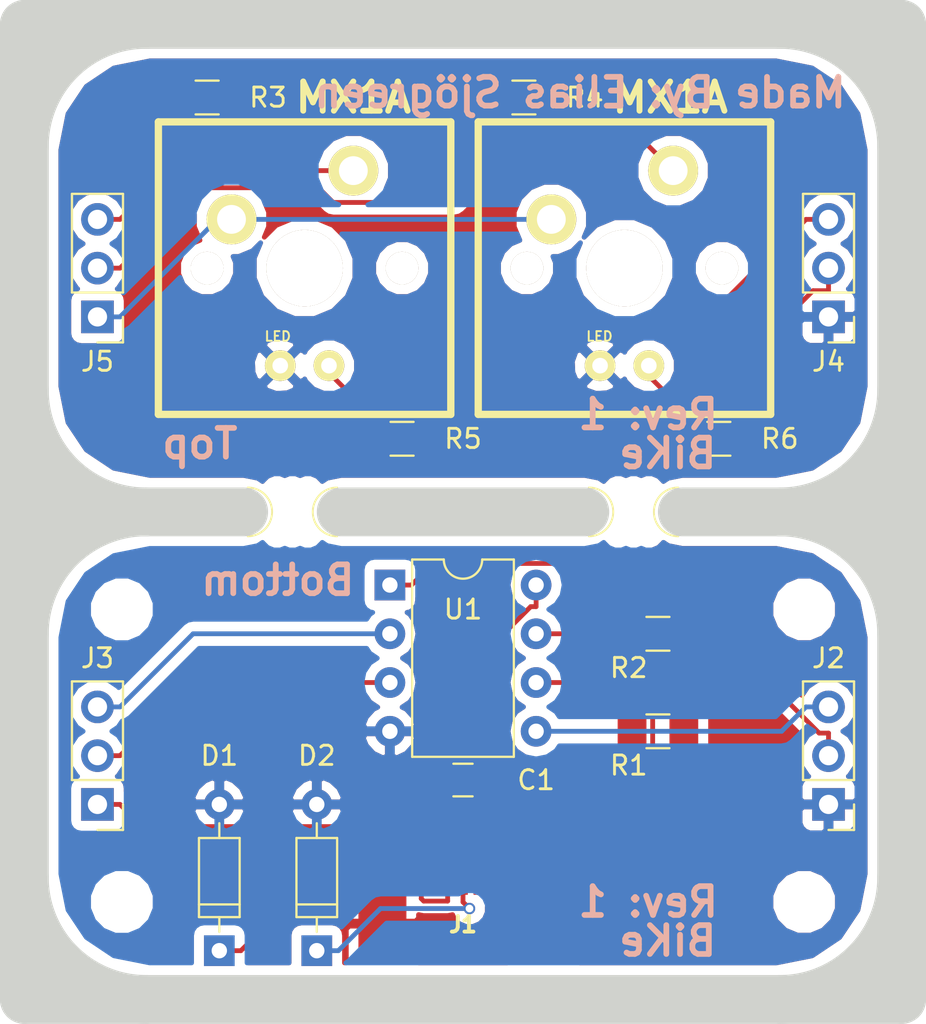
<source format=kicad_pcb>
(kicad_pcb (version 4) (host pcbnew 4.0.6)

  (general
    (links 34)
    (no_connects 2)
    (area 11.429999 13.969999 59.690001 69.2116)
    (thickness 1.6)
    (drawings 25)
    (tracks 92)
    (zones 0)
    (modules 25)
    (nets 19)
  )

  (page A4)
  (layers
    (0 F.Cu signal)
    (31 B.Cu signal)
    (32 B.Adhes user)
    (33 F.Adhes user)
    (34 B.Paste user)
    (35 F.Paste user)
    (36 B.SilkS user)
    (37 F.SilkS user)
    (38 B.Mask user)
    (39 F.Mask user hide)
    (40 Dwgs.User user)
    (41 Cmts.User user)
    (42 Eco1.User user)
    (43 Eco2.User user)
    (44 Edge.Cuts user)
    (45 Margin user)
    (46 B.CrtYd user)
    (47 F.CrtYd user)
    (48 B.Fab user)
    (49 F.Fab user)
  )

  (setup
    (last_trace_width 0.25)
    (trace_clearance 0.2)
    (zone_clearance 0.508)
    (zone_45_only no)
    (trace_min 0.2)
    (segment_width 0.2)
    (edge_width 2.54)
    (via_size 0.6)
    (via_drill 0.4)
    (via_min_size 0.4)
    (via_min_drill 0.3)
    (uvia_size 0.3)
    (uvia_drill 0.1)
    (uvias_allowed no)
    (uvia_min_size 0.2)
    (uvia_min_drill 0.1)
    (pcb_text_width 0.3)
    (pcb_text_size 1.5 1.5)
    (mod_edge_width 0.15)
    (mod_text_size 1 1)
    (mod_text_width 0.15)
    (pad_size 1.524 1.524)
    (pad_drill 0.762)
    (pad_to_mask_clearance 0.2)
    (aux_axis_origin 0 0)
    (visible_elements 7FFFF77F)
    (pcbplotparams
      (layerselection 0x010f0_80000001)
      (usegerberextensions true)
      (excludeedgelayer true)
      (linewidth 0.020000)
      (plotframeref false)
      (viasonmask false)
      (mode 1)
      (useauxorigin false)
      (hpglpennumber 1)
      (hpglpenspeed 20)
      (hpglpendiameter 15)
      (hpglpenoverlay 2)
      (psnegative false)
      (psa4output false)
      (plotreference true)
      (plotvalue true)
      (plotinvisibletext false)
      (padsonsilk false)
      (subtractmaskfromsilk false)
      (outputformat 1)
      (mirror false)
      (drillshape 0)
      (scaleselection 1)
      (outputdirectory gerbers/))
  )

  (net 0 "")
  (net 1 VCC)
  (net 2 GND)
  (net 3 "Net-(D1-Pad1)")
  (net 4 "Net-(D2-Pad1)")
  (net 5 "Net-(D3-Pad2)")
  (net 6 "Net-(D4-Pad2)")
  (net 7 "Net-(R1-Pad1)")
  (net 8 "Net-(R2-Pad1)")
  (net 9 /Button1)
  (net 10 /Button2)
  (net 11 /Led1)
  (net 12 /Led2)
  (net 13 /2gnd)
  (net 14 /2Led2)
  (net 15 /2Led1)
  (net 16 /2vcc)
  (net 17 /2Button2)
  (net 18 /2Button1)

  (net_class Default "This is the default net class."
    (clearance 0.2)
    (trace_width 0.25)
    (via_dia 0.6)
    (via_drill 0.4)
    (uvia_dia 0.3)
    (uvia_drill 0.1)
    (add_net /2Button1)
    (add_net /2Button2)
    (add_net /2Led1)
    (add_net /2Led2)
    (add_net /2gnd)
    (add_net /2vcc)
    (add_net /Button1)
    (add_net /Button2)
    (add_net /Led1)
    (add_net /Led2)
    (add_net GND)
    (add_net "Net-(D1-Pad1)")
    (add_net "Net-(D2-Pad1)")
    (add_net "Net-(D3-Pad2)")
    (add_net "Net-(D4-Pad2)")
    (add_net "Net-(R1-Pad1)")
    (add_net "Net-(R2-Pad1)")
    (add_net VCC)
  )

  (module Mounting_Holes:MountingHole_2.2mm_M2 (layer F.Cu) (tedit 5A246836) (tstamp 5A245278)
    (at 17.78 45.72 180)
    (descr "Mounting Hole 2.2mm, no annular, M2")
    (tags "mounting hole 2.2mm no annular m2")
    (attr virtual)
    (fp_text reference 2.2_M2_1 (at 0 1.905 180) (layer Cmts.User)
      (effects (font (size 1 1) (thickness 0.15)))
    )
    (fp_text value M2_1 (at -2.54 0 180) (layer Cmts.User)
      (effects (font (size 1 1) (thickness 0.15)))
    )
    (fp_circle (center 0 0) (end 2.2 0) (layer Cmts.User) (width 0.15))
    (fp_circle (center 0 0) (end 2.45 0) (layer F.CrtYd) (width 0.05))
    (pad 1 np_thru_hole circle (at 0 0 180) (size 2.2 2.2) (drill 2.2) (layers *.Cu *.Mask))
  )

  (module Mounting_Holes:MountingHole_2.2mm_M2 (layer F.Cu) (tedit 5A246831) (tstamp 5A245270)
    (at 53.34 45.72 180)
    (descr "Mounting Hole 2.2mm, no annular, M2")
    (tags "mounting hole 2.2mm no annular m2")
    (attr virtual)
    (fp_text reference 2.2_M2_2 (at 0 1.905 180) (layer Cmts.User)
      (effects (font (size 1 1) (thickness 0.15)))
    )
    (fp_text value M2_2 (at -2.54 0 180) (layer Cmts.User)
      (effects (font (size 1 1) (thickness 0.15)))
    )
    (fp_circle (center 0 0) (end 2.2 0) (layer Cmts.User) (width 0.15))
    (fp_circle (center 0 0) (end 2.45 0) (layer F.CrtYd) (width 0.05))
    (pad 1 np_thru_hole circle (at 0 0 180) (size 2.2 2.2) (drill 2.2) (layers *.Cu *.Mask))
  )

  (module Mounting_Holes:MountingHole_2.2mm_M2 (layer F.Cu) (tedit 5A246846) (tstamp 5A24524F)
    (at 53.34 60.96 180)
    (descr "Mounting Hole 2.2mm, no annular, M2")
    (tags "mounting hole 2.2mm no annular m2")
    (attr virtual)
    (fp_text reference 2.2_M2_3 (at 0 1.905 180) (layer Cmts.User)
      (effects (font (size 1 1) (thickness 0.15)))
    )
    (fp_text value M2_3 (at -2.54 0 180) (layer Cmts.User)
      (effects (font (size 1 1) (thickness 0.15)))
    )
    (fp_circle (center 0 0) (end 2.2 0) (layer Cmts.User) (width 0.15))
    (fp_circle (center 0 0) (end 2.45 0) (layer F.CrtYd) (width 0.05))
    (pad 1 np_thru_hole circle (at 0 0 180) (size 2.2 2.2) (drill 2.2) (layers *.Cu *.Mask))
  )

  (module Mounting_Holes:MountingHole_2.2mm_M2 (layer F.Cu) (tedit 5A24683F) (tstamp 5A2451C9)
    (at 17.78 60.96 180)
    (descr "Mounting Hole 2.2mm, no annular, M2")
    (tags "mounting hole 2.2mm no annular m2")
    (attr virtual)
    (fp_text reference 2.2_M2_4 (at 0 1.905 180) (layer Cmts.User)
      (effects (font (size 1 1) (thickness 0.15)))
    )
    (fp_text value M2_4 (at -2.54 0 180) (layer Cmts.User)
      (effects (font (size 1 1) (thickness 0.15)))
    )
    (fp_circle (center 0 0) (end 2.2 0) (layer Cmts.User) (width 0.15))
    (fp_circle (center 0 0) (end 2.45 0) (layer F.CrtYd) (width 0.05))
    (pad 1 np_thru_hole circle (at 0 0 180) (size 2.2 2.2) (drill 2.2) (layers *.Cu *.Mask))
  )

  (module Panelization:mouse-bite-2.54mm-slot (layer F.Cu) (tedit 5A246886) (tstamp 5A244B9F)
    (at 44.45 40.64)
    (fp_text reference mouse-bite-2.54mm-slot_2 (at 0 -2) (layer F.SilkS) hide
      (effects (font (size 1 1) (thickness 0.2)))
    )
    (fp_text value VAL2 (at 0 2.1) (layer F.SilkS) hide
      (effects (font (size 1 1) (thickness 0.2)))
    )
    (fp_line (start -2.33 0) (end -2.33 0) (layer Eco1.User) (width 2.54))
    (fp_line (start 2.33 0) (end 2.33 0) (layer Eco1.User) (width 2.54))
    (fp_arc (start 2.33 0) (end 2.33 1.27) (angle 180) (layer F.SilkS) (width 0.1))
    (fp_circle (center 2.33 0) (end 2.33 -0.06) (layer Dwgs.User) (width 0.05))
    (fp_circle (center -2.33 0) (end -2.27 0) (layer Dwgs.User) (width 0.05))
    (fp_arc (start -2.33 0) (end -2.33 1.27) (angle -180) (layer F.SilkS) (width 0.1))
    (pad "" np_thru_hole circle (at 0 -1.1) (size 0.5 0.5) (drill 0.5) (layers *.Cu *.Mask))
    (pad "" np_thru_hole circle (at 0 1.1) (size 0.5 0.5) (drill 0.5) (layers *.Cu *.Mask))
    (pad "" np_thru_hole circle (at 0.8 -1.1) (size 0.5 0.5) (drill 0.5) (layers *.Cu *.Mask))
    (pad "" np_thru_hole circle (at -0.8 -1.1) (size 0.5 0.5) (drill 0.5) (layers *.Cu *.Mask))
    (pad "" np_thru_hole circle (at -0.8 1.1) (size 0.5 0.5) (drill 0.5) (layers *.Cu *.Mask))
    (pad "" np_thru_hole circle (at 0.8 1.1) (size 0.5 0.5) (drill 0.5) (layers *.Cu *.Mask))
  )

  (module mx1a:MX1A-led (layer F.Cu) (tedit 5A6232A5) (tstamp 5A233C61)
    (at 27.305 27.94)
    (path /5A23296A)
    (fp_text reference D3 (at 5.715 6.985) (layer F.SilkS) hide
      (effects (font (size 0.5 0.5) (thickness 0.1)))
    )
    (fp_text value LED (at -1.397 3.556) (layer F.SilkS)
      (effects (font (size 0.5 0.5) (thickness 0.1)))
    )
    (fp_line (start 6.35 -7.62) (end 7.62 -7.62) (layer F.SilkS) (width 0.15))
    (fp_line (start 7.62 -7.62) (end 7.62 -6.35) (layer F.SilkS) (width 0.15))
    (fp_line (start 6.35 7.62) (end 7.62 7.62) (layer F.SilkS) (width 0.15))
    (fp_line (start 7.62 7.62) (end 7.62 6.35) (layer F.SilkS) (width 0.15))
    (fp_line (start -7.62 6.35) (end -7.62 7.62) (layer F.SilkS) (width 0.15))
    (fp_line (start -7.62 7.62) (end -6.35 7.62) (layer F.SilkS) (width 0.15))
    (fp_line (start -7.62 -6.35) (end -7.62 -7.62) (layer F.SilkS) (width 0.15))
    (fp_line (start -7.62 -7.62) (end -6.35 -7.62) (layer F.SilkS) (width 0.15))
    (pad 1 thru_hole circle (at -1.27 5.08) (size 1.6002 1.6002) (drill 0.8128) (layers *.Cu *.Mask F.SilkS)
      (net 13 /2gnd))
    (pad 2 thru_hole circle (at 1.27 5.08) (size 1.6002 1.6002) (drill 0.8128) (layers *.Cu *.Mask F.SilkS)
      (net 5 "Net-(D3-Pad2)"))
    (model cherry_mx1.wrl
      (at (xyz 0 0 0))
      (scale (xyz 1 1 1))
      (rotate (xyz 0 0 0))
    )
  )

  (module mx1a:MX1A (layer F.Cu) (tedit 5A2429BD) (tstamp 5A233CA1)
    (at 27.305 27.94)
    (path /5A232836)
    (fp_text reference S1 (at -4.826 9.2075) (layer F.SilkS) hide
      (effects (font (thickness 0.3048)))
    )
    (fp_text value MX1A (at 2.54 -8.89) (layer F.SilkS)
      (effects (font (thickness 0.3048)))
    )
    (fp_line (start -7.62 -7.62) (end 7.62 -7.62) (layer F.SilkS) (width 0.381))
    (fp_line (start 7.62 -7.62) (end 7.62 7.62) (layer F.SilkS) (width 0.381))
    (fp_line (start 7.62 7.62) (end -7.62 7.62) (layer F.SilkS) (width 0.381))
    (fp_line (start -7.62 7.62) (end -7.62 -7.62) (layer F.SilkS) (width 0.381))
    (pad 0 thru_hole circle (at 0 0) (size 3.98018 3.98018) (drill 3.98018) (layers *.Cu *.Mask F.SilkS))
    (pad 2 thru_hole circle (at 2.54 -5.08) (size 2.6 2.6) (drill 1.5011) (layers *.Cu *.Mask F.SilkS)
      (net 18 /2Button1))
    (pad 1 thru_hole circle (at -3.81 -2.54) (size 2.6 2.6) (drill 1.5011) (layers *.Cu *.Mask F.SilkS)
      (net 16 /2vcc))
    (pad "" thru_hole circle (at -5.08 0) (size 1.69926 1.69926) (drill 1.69926) (layers *.Cu *.Mask F.SilkS))
    (pad "" thru_hole circle (at 5.08 0) (size 1.69926 1.69926) (drill 1.69926) (layers *.Cu *.Mask F.SilkS))
    (model cherry_mx1.wrl
      (at (xyz 0 0 0))
      (scale (xyz 1 1 1))
      (rotate (xyz 0 0 0))
    )
  )

  (module Capacitors_SMD:C_0805_HandSoldering (layer F.Cu) (tedit 5A244106) (tstamp 5A233C4F)
    (at 35.56 54.61)
    (descr "Capacitor SMD 0805, hand soldering")
    (tags "capacitor 0805")
    (path /5A23768A)
    (attr smd)
    (fp_text reference C1 (at 3.81 0) (layer F.SilkS)
      (effects (font (size 1 1) (thickness 0.15)))
    )
    (fp_text value 100nF (at 0 1.75) (layer F.Fab)
      (effects (font (size 1 1) (thickness 0.15)))
    )
    (fp_text user %R (at 3.81 0) (layer F.Fab)
      (effects (font (size 1 1) (thickness 0.15)))
    )
    (fp_line (start -1 0.62) (end -1 -0.62) (layer F.Fab) (width 0.1))
    (fp_line (start 1 0.62) (end -1 0.62) (layer F.Fab) (width 0.1))
    (fp_line (start 1 -0.62) (end 1 0.62) (layer F.Fab) (width 0.1))
    (fp_line (start -1 -0.62) (end 1 -0.62) (layer F.Fab) (width 0.1))
    (fp_line (start 0.5 -0.85) (end -0.5 -0.85) (layer F.SilkS) (width 0.12))
    (fp_line (start -0.5 0.85) (end 0.5 0.85) (layer F.SilkS) (width 0.12))
    (fp_line (start -2.25 -0.88) (end 2.25 -0.88) (layer F.CrtYd) (width 0.05))
    (fp_line (start -2.25 -0.88) (end -2.25 0.87) (layer F.CrtYd) (width 0.05))
    (fp_line (start 2.25 0.87) (end 2.25 -0.88) (layer F.CrtYd) (width 0.05))
    (fp_line (start 2.25 0.87) (end -2.25 0.87) (layer F.CrtYd) (width 0.05))
    (pad 1 smd rect (at -1.25 0) (size 1.5 1.25) (layers F.Cu F.Paste F.Mask)
      (net 1 VCC))
    (pad 2 smd rect (at 1.25 0) (size 1.5 1.25) (layers F.Cu F.Paste F.Mask)
      (net 2 GND))
    (model Capacitors_SMD.3dshapes/C_0805.wrl
      (at (xyz 0 0 0))
      (scale (xyz 1 1 1))
      (rotate (xyz 0 0 0))
    )
  )

  (module Diodes_THT:D_DO-35_SOD27_P7.62mm_Horizontal (layer F.Cu) (tedit 5A2434DD) (tstamp 5A233C55)
    (at 22.86 63.5 90)
    (descr "D, DO-35_SOD27 series, Axial, Horizontal, pin pitch=7.62mm, , length*diameter=4*2mm^2, , http://www.diodes.com/_files/packages/DO-35.pdf")
    (tags "D DO-35_SOD27 series Axial Horizontal pin pitch 7.62mm  length 4mm diameter 2mm")
    (path /5A23BEE8)
    (fp_text reference D1 (at 10.16 0 180) (layer F.SilkS)
      (effects (font (size 1 1) (thickness 0.15)))
    )
    (fp_text value D_Schottky (at 3.81 2.06 90) (layer F.Fab)
      (effects (font (size 1 1) (thickness 0.15)))
    )
    (fp_text user %R (at 3.81 0 90) (layer F.Fab)
      (effects (font (size 1 1) (thickness 0.15)))
    )
    (fp_line (start 1.81 -1) (end 1.81 1) (layer F.Fab) (width 0.1))
    (fp_line (start 1.81 1) (end 5.81 1) (layer F.Fab) (width 0.1))
    (fp_line (start 5.81 1) (end 5.81 -1) (layer F.Fab) (width 0.1))
    (fp_line (start 5.81 -1) (end 1.81 -1) (layer F.Fab) (width 0.1))
    (fp_line (start 0 0) (end 1.81 0) (layer F.Fab) (width 0.1))
    (fp_line (start 7.62 0) (end 5.81 0) (layer F.Fab) (width 0.1))
    (fp_line (start 2.41 -1) (end 2.41 1) (layer F.Fab) (width 0.1))
    (fp_line (start 1.75 -1.06) (end 1.75 1.06) (layer F.SilkS) (width 0.12))
    (fp_line (start 1.75 1.06) (end 5.87 1.06) (layer F.SilkS) (width 0.12))
    (fp_line (start 5.87 1.06) (end 5.87 -1.06) (layer F.SilkS) (width 0.12))
    (fp_line (start 5.87 -1.06) (end 1.75 -1.06) (layer F.SilkS) (width 0.12))
    (fp_line (start 0.98 0) (end 1.75 0) (layer F.SilkS) (width 0.12))
    (fp_line (start 6.64 0) (end 5.87 0) (layer F.SilkS) (width 0.12))
    (fp_line (start 2.41 -1.06) (end 2.41 1.06) (layer F.SilkS) (width 0.12))
    (fp_line (start -1.05 -1.35) (end -1.05 1.35) (layer F.CrtYd) (width 0.05))
    (fp_line (start -1.05 1.35) (end 8.7 1.35) (layer F.CrtYd) (width 0.05))
    (fp_line (start 8.7 1.35) (end 8.7 -1.35) (layer F.CrtYd) (width 0.05))
    (fp_line (start 8.7 -1.35) (end -1.05 -1.35) (layer F.CrtYd) (width 0.05))
    (pad 1 thru_hole rect (at 0 0 90) (size 1.6 1.6) (drill 0.8) (layers *.Cu *.Mask)
      (net 3 "Net-(D1-Pad1)"))
    (pad 2 thru_hole oval (at 7.62 0 90) (size 1.6 1.6) (drill 0.8) (layers *.Cu *.Mask)
      (net 2 GND))
    (model ${KISYS3DMOD}/Diodes_THT.3dshapes/D_DO-35_SOD27_P7.62mm_Horizontal.wrl
      (at (xyz 0 0 0))
      (scale (xyz 0.393701 0.393701 0.393701))
      (rotate (xyz 0 0 0))
    )
  )

  (module Diodes_THT:D_DO-35_SOD27_P7.62mm_Horizontal (layer F.Cu) (tedit 5A2434DB) (tstamp 5A233C5B)
    (at 27.94 63.5 90)
    (descr "D, DO-35_SOD27 series, Axial, Horizontal, pin pitch=7.62mm, , length*diameter=4*2mm^2, , http://www.diodes.com/_files/packages/DO-35.pdf")
    (tags "D DO-35_SOD27 series Axial Horizontal pin pitch 7.62mm  length 4mm diameter 2mm")
    (path /5A23BE7F)
    (fp_text reference D2 (at 10.16 0 180) (layer F.SilkS)
      (effects (font (size 1 1) (thickness 0.15)))
    )
    (fp_text value D_Schottky (at 3.81 2.06 90) (layer F.Fab)
      (effects (font (size 1 1) (thickness 0.15)))
    )
    (fp_text user %R (at 3.81 0 90) (layer F.Fab)
      (effects (font (size 1 1) (thickness 0.15)))
    )
    (fp_line (start 1.81 -1) (end 1.81 1) (layer F.Fab) (width 0.1))
    (fp_line (start 1.81 1) (end 5.81 1) (layer F.Fab) (width 0.1))
    (fp_line (start 5.81 1) (end 5.81 -1) (layer F.Fab) (width 0.1))
    (fp_line (start 5.81 -1) (end 1.81 -1) (layer F.Fab) (width 0.1))
    (fp_line (start 0 0) (end 1.81 0) (layer F.Fab) (width 0.1))
    (fp_line (start 7.62 0) (end 5.81 0) (layer F.Fab) (width 0.1))
    (fp_line (start 2.41 -1) (end 2.41 1) (layer F.Fab) (width 0.1))
    (fp_line (start 1.75 -1.06) (end 1.75 1.06) (layer F.SilkS) (width 0.12))
    (fp_line (start 1.75 1.06) (end 5.87 1.06) (layer F.SilkS) (width 0.12))
    (fp_line (start 5.87 1.06) (end 5.87 -1.06) (layer F.SilkS) (width 0.12))
    (fp_line (start 5.87 -1.06) (end 1.75 -1.06) (layer F.SilkS) (width 0.12))
    (fp_line (start 0.98 0) (end 1.75 0) (layer F.SilkS) (width 0.12))
    (fp_line (start 6.64 0) (end 5.87 0) (layer F.SilkS) (width 0.12))
    (fp_line (start 2.41 -1.06) (end 2.41 1.06) (layer F.SilkS) (width 0.12))
    (fp_line (start -1.05 -1.35) (end -1.05 1.35) (layer F.CrtYd) (width 0.05))
    (fp_line (start -1.05 1.35) (end 8.7 1.35) (layer F.CrtYd) (width 0.05))
    (fp_line (start 8.7 1.35) (end 8.7 -1.35) (layer F.CrtYd) (width 0.05))
    (fp_line (start 8.7 -1.35) (end -1.05 -1.35) (layer F.CrtYd) (width 0.05))
    (pad 1 thru_hole rect (at 0 0 90) (size 1.6 1.6) (drill 0.8) (layers *.Cu *.Mask)
      (net 4 "Net-(D2-Pad1)"))
    (pad 2 thru_hole oval (at 7.62 0 90) (size 1.6 1.6) (drill 0.8) (layers *.Cu *.Mask)
      (net 2 GND))
    (model ${KISYS3DMOD}/Diodes_THT.3dshapes/D_DO-35_SOD27_P7.62mm_Horizontal.wrl
      (at (xyz 0 0 0))
      (scale (xyz 0.393701 0.393701 0.393701))
      (rotate (xyz 0 0 0))
    )
  )

  (module mx1a:MX1A-led (layer F.Cu) (tedit 5A6232A2) (tstamp 5A233C67)
    (at 43.9738 27.94)
    (path /5A2329B7)
    (fp_text reference D4 (at 5.715 6.985) (layer F.SilkS) hide
      (effects (font (size 0.5 0.5) (thickness 0.1)))
    )
    (fp_text value LED (at -1.3018 3.556) (layer F.SilkS)
      (effects (font (size 0.5 0.5) (thickness 0.1)))
    )
    (fp_line (start 6.35 -7.62) (end 7.62 -7.62) (layer F.SilkS) (width 0.15))
    (fp_line (start 7.62 -7.62) (end 7.62 -6.35) (layer F.SilkS) (width 0.15))
    (fp_line (start 6.35 7.62) (end 7.62 7.62) (layer F.SilkS) (width 0.15))
    (fp_line (start 7.62 7.62) (end 7.62 6.35) (layer F.SilkS) (width 0.15))
    (fp_line (start -7.62 6.35) (end -7.62 7.62) (layer F.SilkS) (width 0.15))
    (fp_line (start -7.62 7.62) (end -6.35 7.62) (layer F.SilkS) (width 0.15))
    (fp_line (start -7.62 -6.35) (end -7.62 -7.62) (layer F.SilkS) (width 0.15))
    (fp_line (start -7.62 -7.62) (end -6.35 -7.62) (layer F.SilkS) (width 0.15))
    (pad 1 thru_hole circle (at -1.27 5.08) (size 1.6002 1.6002) (drill 0.8128) (layers *.Cu *.Mask F.SilkS)
      (net 13 /2gnd))
    (pad 2 thru_hole circle (at 1.27 5.08) (size 1.6002 1.6002) (drill 0.8128) (layers *.Cu *.Mask F.SilkS)
      (net 6 "Net-(D4-Pad2)"))
    (model cherry_mx1.wrl
      (at (xyz 0 0 0))
      (scale (xyz 1 1 1))
      (rotate (xyz 0 0 0))
    )
  )

  (module Resistors_SMD:R_0805_HandSoldering (layer F.Cu) (tedit 5A6230CE) (tstamp 5A233C7A)
    (at 45.72 52.07)
    (descr "Resistor SMD 0805, hand soldering")
    (tags "resistor 0805")
    (path /5A2322FF)
    (attr smd)
    (fp_text reference R1 (at -1.524 1.778) (layer F.SilkS)
      (effects (font (size 1 1) (thickness 0.15)))
    )
    (fp_text value 68 (at 0.508 1.778) (layer F.Fab)
      (effects (font (size 1 1) (thickness 0.15)))
    )
    (fp_text user %R (at 0 0) (layer F.Fab)
      (effects (font (size 0.5 0.5) (thickness 0.075)))
    )
    (fp_line (start -1 0.62) (end -1 -0.62) (layer F.Fab) (width 0.1))
    (fp_line (start 1 0.62) (end -1 0.62) (layer F.Fab) (width 0.1))
    (fp_line (start 1 -0.62) (end 1 0.62) (layer F.Fab) (width 0.1))
    (fp_line (start -1 -0.62) (end 1 -0.62) (layer F.Fab) (width 0.1))
    (fp_line (start 0.6 0.88) (end -0.6 0.88) (layer F.SilkS) (width 0.12))
    (fp_line (start -0.6 -0.88) (end 0.6 -0.88) (layer F.SilkS) (width 0.12))
    (fp_line (start -2.35 -0.9) (end 2.35 -0.9) (layer F.CrtYd) (width 0.05))
    (fp_line (start -2.35 -0.9) (end -2.35 0.9) (layer F.CrtYd) (width 0.05))
    (fp_line (start 2.35 0.9) (end 2.35 -0.9) (layer F.CrtYd) (width 0.05))
    (fp_line (start 2.35 0.9) (end -2.35 0.9) (layer F.CrtYd) (width 0.05))
    (pad 1 smd rect (at -1.35 0) (size 1.5 1.3) (layers F.Cu F.Paste F.Mask)
      (net 7 "Net-(R1-Pad1)"))
    (pad 2 smd rect (at 1.35 0) (size 1.5 1.3) (layers F.Cu F.Paste F.Mask)
      (net 4 "Net-(D2-Pad1)"))
    (model ${KISYS3DMOD}/Resistors_SMD.3dshapes/R_0805.wrl
      (at (xyz 0 0 0))
      (scale (xyz 1 1 1))
      (rotate (xyz 0 0 0))
    )
  )

  (module Resistors_SMD:R_0805_HandSoldering (layer F.Cu) (tedit 5A6238A8) (tstamp 5A233C80)
    (at 45.72 46.99)
    (descr "Resistor SMD 0805, hand soldering")
    (tags "resistor 0805")
    (path /5A232394)
    (attr smd)
    (fp_text reference R2 (at -1.524 1.778) (layer F.SilkS)
      (effects (font (size 1 1) (thickness 0.15)))
    )
    (fp_text value 68 (at 0.508 1.778) (layer F.Fab)
      (effects (font (size 1 1) (thickness 0.15)))
    )
    (fp_text user %R (at 0 0) (layer F.Fab)
      (effects (font (size 0.5 0.5) (thickness 0.075)))
    )
    (fp_line (start -1 0.62) (end -1 -0.62) (layer F.Fab) (width 0.1))
    (fp_line (start 1 0.62) (end -1 0.62) (layer F.Fab) (width 0.1))
    (fp_line (start 1 -0.62) (end 1 0.62) (layer F.Fab) (width 0.1))
    (fp_line (start -1 -0.62) (end 1 -0.62) (layer F.Fab) (width 0.1))
    (fp_line (start 0.6 0.88) (end -0.6 0.88) (layer F.SilkS) (width 0.12))
    (fp_line (start -0.6 -0.88) (end 0.6 -0.88) (layer F.SilkS) (width 0.12))
    (fp_line (start -2.35 -0.9) (end 2.35 -0.9) (layer F.CrtYd) (width 0.05))
    (fp_line (start -2.35 -0.9) (end -2.35 0.9) (layer F.CrtYd) (width 0.05))
    (fp_line (start 2.35 0.9) (end 2.35 -0.9) (layer F.CrtYd) (width 0.05))
    (fp_line (start 2.35 0.9) (end -2.35 0.9) (layer F.CrtYd) (width 0.05))
    (pad 1 smd rect (at -1.35 0) (size 1.5 1.3) (layers F.Cu F.Paste F.Mask)
      (net 8 "Net-(R2-Pad1)"))
    (pad 2 smd rect (at 1.35 0) (size 1.5 1.3) (layers F.Cu F.Paste F.Mask)
      (net 3 "Net-(D1-Pad1)"))
    (model ${KISYS3DMOD}/Resistors_SMD.3dshapes/R_0805.wrl
      (at (xyz 0 0 0))
      (scale (xyz 1 1 1))
      (rotate (xyz 0 0 0))
    )
  )

  (module mx1a:MX1A (layer F.Cu) (tedit 5A2429C0) (tstamp 5A233CAA)
    (at 43.9738 27.94)
    (path /5A232879)
    (fp_text reference S2 (at -4.826 9.2075) (layer F.SilkS) hide
      (effects (font (thickness 0.3048)))
    )
    (fp_text value MX1A (at 2.38125 -8.89) (layer F.SilkS)
      (effects (font (thickness 0.3048)))
    )
    (fp_line (start -7.62 -7.62) (end 7.62 -7.62) (layer F.SilkS) (width 0.381))
    (fp_line (start 7.62 -7.62) (end 7.62 7.62) (layer F.SilkS) (width 0.381))
    (fp_line (start 7.62 7.62) (end -7.62 7.62) (layer F.SilkS) (width 0.381))
    (fp_line (start -7.62 7.62) (end -7.62 -7.62) (layer F.SilkS) (width 0.381))
    (pad 0 thru_hole circle (at 0 0) (size 3.98018 3.98018) (drill 3.98018) (layers *.Cu *.Mask F.SilkS))
    (pad 2 thru_hole circle (at 2.54 -5.08) (size 2.6 2.6) (drill 1.5011) (layers *.Cu *.Mask F.SilkS)
      (net 17 /2Button2))
    (pad 1 thru_hole circle (at -3.81 -2.54) (size 2.6 2.6) (drill 1.5011) (layers *.Cu *.Mask F.SilkS)
      (net 16 /2vcc))
    (pad "" thru_hole circle (at -5.08 0) (size 1.69926 1.69926) (drill 1.69926) (layers *.Cu *.Mask F.SilkS))
    (pad "" thru_hole circle (at 5.08 0) (size 1.69926 1.69926) (drill 1.69926) (layers *.Cu *.Mask F.SilkS))
    (model cherry_mx1.wrl
      (at (xyz 0 0 0))
      (scale (xyz 1 1 1))
      (rotate (xyz 0 0 0))
    )
  )

  (module Housings_DIP:DIP-8_W7.62mm (layer F.Cu) (tedit 5A623113) (tstamp 5A233CB6)
    (at 31.75 44.45)
    (descr "8-lead though-hole mounted DIP package, row spacing 7.62 mm (300 mils)")
    (tags "THT DIP DIL PDIP 2.54mm 7.62mm 300mil")
    (path /5A2321DF)
    (fp_text reference U1 (at 3.81 1.27) (layer F.SilkS)
      (effects (font (size 1 1) (thickness 0.15)))
    )
    (fp_text value ATTINYXX-20PU (at 10.16 3.81 90) (layer F.Fab)
      (effects (font (size 1 1) (thickness 0.15)))
    )
    (fp_arc (start 3.81 -1.33) (end 2.81 -1.33) (angle -180) (layer F.SilkS) (width 0.12))
    (fp_line (start 1.635 -1.27) (end 6.985 -1.27) (layer F.Fab) (width 0.1))
    (fp_line (start 6.985 -1.27) (end 6.985 8.89) (layer F.Fab) (width 0.1))
    (fp_line (start 6.985 8.89) (end 0.635 8.89) (layer F.Fab) (width 0.1))
    (fp_line (start 0.635 8.89) (end 0.635 -0.27) (layer F.Fab) (width 0.1))
    (fp_line (start 0.635 -0.27) (end 1.635 -1.27) (layer F.Fab) (width 0.1))
    (fp_line (start 2.81 -1.33) (end 1.16 -1.33) (layer F.SilkS) (width 0.12))
    (fp_line (start 1.16 -1.33) (end 1.16 8.95) (layer F.SilkS) (width 0.12))
    (fp_line (start 1.16 8.95) (end 6.46 8.95) (layer F.SilkS) (width 0.12))
    (fp_line (start 6.46 8.95) (end 6.46 -1.33) (layer F.SilkS) (width 0.12))
    (fp_line (start 6.46 -1.33) (end 4.81 -1.33) (layer F.SilkS) (width 0.12))
    (fp_line (start -1.1 -1.55) (end -1.1 9.15) (layer F.CrtYd) (width 0.05))
    (fp_line (start -1.1 9.15) (end 8.7 9.15) (layer F.CrtYd) (width 0.05))
    (fp_line (start 8.7 9.15) (end 8.7 -1.55) (layer F.CrtYd) (width 0.05))
    (fp_line (start 8.7 -1.55) (end -1.1 -1.55) (layer F.CrtYd) (width 0.05))
    (fp_text user %R (at 3.81 1.27) (layer F.Fab)
      (effects (font (size 1 1) (thickness 0.15)))
    )
    (pad 1 thru_hole rect (at 0 0) (size 1.6 1.6) (drill 0.8) (layers *.Cu *.Mask)
      (net 12 /Led2))
    (pad 5 thru_hole oval (at 7.62 7.62) (size 1.6 1.6) (drill 0.8) (layers *.Cu *.Mask)
      (net 11 /Led1))
    (pad 2 thru_hole oval (at 0 2.54) (size 1.6 1.6) (drill 0.8) (layers *.Cu *.Mask)
      (net 9 /Button1))
    (pad 6 thru_hole oval (at 7.62 5.08) (size 1.6 1.6) (drill 0.8) (layers *.Cu *.Mask)
      (net 7 "Net-(R1-Pad1)"))
    (pad 3 thru_hole oval (at 0 5.08) (size 1.6 1.6) (drill 0.8) (layers *.Cu *.Mask)
      (net 10 /Button2))
    (pad 7 thru_hole oval (at 7.62 2.54) (size 1.6 1.6) (drill 0.8) (layers *.Cu *.Mask)
      (net 8 "Net-(R2-Pad1)"))
    (pad 4 thru_hole oval (at 0 7.62) (size 1.6 1.6) (drill 0.8) (layers *.Cu *.Mask)
      (net 2 GND))
    (pad 8 thru_hole oval (at 7.62 0) (size 1.6 1.6) (drill 0.8) (layers *.Cu *.Mask)
      (net 1 VCC))
    (model ${KISYS3DMOD}/Housings_DIP.3dshapes/DIP-8_W7.62mm.wrl
      (at (xyz 0 0 0))
      (scale (xyz 1 1 1))
      (rotate (xyz 0 0 0))
    )
  )

  (module Pin_Headers:Pin_Header_Straight_1x03_Pitch2.54mm (layer F.Cu) (tedit 5A2451E3) (tstamp 5A233E8C)
    (at 54.61 55.88 180)
    (descr "Through hole straight pin header, 1x03, 2.54mm pitch, single row")
    (tags "Through hole pin header THT 1x03 2.54mm single row")
    (path /5A247977)
    (fp_text reference J2 (at 0 7.62 180) (layer F.SilkS)
      (effects (font (size 1 1) (thickness 0.15)))
    )
    (fp_text value CONN_01X03 (at 2.54 2.54 270) (layer F.Fab)
      (effects (font (size 1 1) (thickness 0.15)))
    )
    (fp_line (start -0.635 -1.27) (end 1.27 -1.27) (layer F.Fab) (width 0.1))
    (fp_line (start 1.27 -1.27) (end 1.27 6.35) (layer F.Fab) (width 0.1))
    (fp_line (start 1.27 6.35) (end -1.27 6.35) (layer F.Fab) (width 0.1))
    (fp_line (start -1.27 6.35) (end -1.27 -0.635) (layer F.Fab) (width 0.1))
    (fp_line (start -1.27 -0.635) (end -0.635 -1.27) (layer F.Fab) (width 0.1))
    (fp_line (start -1.33 6.41) (end 1.33 6.41) (layer F.SilkS) (width 0.12))
    (fp_line (start -1.33 1.27) (end -1.33 6.41) (layer F.SilkS) (width 0.12))
    (fp_line (start 1.33 1.27) (end 1.33 6.41) (layer F.SilkS) (width 0.12))
    (fp_line (start -1.33 1.27) (end 1.33 1.27) (layer F.SilkS) (width 0.12))
    (fp_line (start -1.33 0) (end -1.33 -1.33) (layer F.SilkS) (width 0.12))
    (fp_line (start -1.33 -1.33) (end 0 -1.33) (layer F.SilkS) (width 0.12))
    (fp_line (start -1.8 -1.8) (end -1.8 6.85) (layer F.CrtYd) (width 0.05))
    (fp_line (start -1.8 6.85) (end 1.8 6.85) (layer F.CrtYd) (width 0.05))
    (fp_line (start 1.8 6.85) (end 1.8 -1.8) (layer F.CrtYd) (width 0.05))
    (fp_line (start 1.8 -1.8) (end -1.8 -1.8) (layer F.CrtYd) (width 0.05))
    (fp_text user %R (at 0 2.54 270) (layer F.Fab)
      (effects (font (size 1 1) (thickness 0.15)))
    )
    (pad 1 thru_hole rect (at 0 0 180) (size 1.7 1.7) (drill 1) (layers *.Cu *.Mask)
      (net 2 GND))
    (pad 2 thru_hole oval (at 0 2.54 180) (size 1.7 1.7) (drill 1) (layers *.Cu *.Mask)
      (net 12 /Led2))
    (pad 3 thru_hole oval (at 0 5.08 180) (size 1.7 1.7) (drill 1) (layers *.Cu *.Mask)
      (net 11 /Led1))
    (model ${KISYS3DMOD}/Pin_Headers.3dshapes/Pin_Header_Straight_1x03_Pitch2.54mm.wrl
      (at (xyz 0 0 0))
      (scale (xyz 1 1 1))
      (rotate (xyz 0 0 0))
    )
  )

  (module Pin_Headers:Pin_Header_Straight_1x03_Pitch2.54mm (layer F.Cu) (tedit 5A2451B4) (tstamp 5A233E93)
    (at 16.51 55.88 180)
    (descr "Through hole straight pin header, 1x03, 2.54mm pitch, single row")
    (tags "Through hole pin header THT 1x03 2.54mm single row")
    (path /5A24797D)
    (fp_text reference J3 (at 0 7.62 180) (layer F.SilkS)
      (effects (font (size 1 1) (thickness 0.15)))
    )
    (fp_text value CONN_01X03 (at -2.54 2.54 270) (layer F.Fab)
      (effects (font (size 1 1) (thickness 0.15)))
    )
    (fp_line (start -0.635 -1.27) (end 1.27 -1.27) (layer F.Fab) (width 0.1))
    (fp_line (start 1.27 -1.27) (end 1.27 6.35) (layer F.Fab) (width 0.1))
    (fp_line (start 1.27 6.35) (end -1.27 6.35) (layer F.Fab) (width 0.1))
    (fp_line (start -1.27 6.35) (end -1.27 -0.635) (layer F.Fab) (width 0.1))
    (fp_line (start -1.27 -0.635) (end -0.635 -1.27) (layer F.Fab) (width 0.1))
    (fp_line (start -1.33 6.41) (end 1.33 6.41) (layer F.SilkS) (width 0.12))
    (fp_line (start -1.33 1.27) (end -1.33 6.41) (layer F.SilkS) (width 0.12))
    (fp_line (start 1.33 1.27) (end 1.33 6.41) (layer F.SilkS) (width 0.12))
    (fp_line (start -1.33 1.27) (end 1.33 1.27) (layer F.SilkS) (width 0.12))
    (fp_line (start -1.33 0) (end -1.33 -1.33) (layer F.SilkS) (width 0.12))
    (fp_line (start -1.33 -1.33) (end 0 -1.33) (layer F.SilkS) (width 0.12))
    (fp_line (start -1.8 -1.8) (end -1.8 6.85) (layer F.CrtYd) (width 0.05))
    (fp_line (start -1.8 6.85) (end 1.8 6.85) (layer F.CrtYd) (width 0.05))
    (fp_line (start 1.8 6.85) (end 1.8 -1.8) (layer F.CrtYd) (width 0.05))
    (fp_line (start 1.8 -1.8) (end -1.8 -1.8) (layer F.CrtYd) (width 0.05))
    (fp_text user %R (at 0 2.54 270) (layer F.Fab)
      (effects (font (size 1 1) (thickness 0.15)))
    )
    (pad 1 thru_hole rect (at 0 0 180) (size 1.7 1.7) (drill 1) (layers *.Cu *.Mask)
      (net 1 VCC))
    (pad 2 thru_hole oval (at 0 2.54 180) (size 1.7 1.7) (drill 1) (layers *.Cu *.Mask)
      (net 10 /Button2))
    (pad 3 thru_hole oval (at 0 5.08 180) (size 1.7 1.7) (drill 1) (layers *.Cu *.Mask)
      (net 9 /Button1))
    (model ${KISYS3DMOD}/Pin_Headers.3dshapes/Pin_Header_Straight_1x03_Pitch2.54mm.wrl
      (at (xyz 0 0 0))
      (scale (xyz 1 1 1))
      (rotate (xyz 0 0 0))
    )
  )

  (module Pin_Headers:Pin_Header_Straight_1x03_Pitch2.54mm (layer F.Cu) (tedit 5A242233) (tstamp 5A233E9A)
    (at 54.61 30.48 180)
    (descr "Through hole straight pin header, 1x03, 2.54mm pitch, single row")
    (tags "Through hole pin header THT 1x03 2.54mm single row")
    (path /5A244D5D)
    (fp_text reference J4 (at 0 -2.33 180) (layer F.SilkS)
      (effects (font (size 1 1) (thickness 0.15)))
    )
    (fp_text value CONN_01X03 (at 2.54 2.54 270) (layer F.Fab)
      (effects (font (size 1 1) (thickness 0.15)))
    )
    (fp_line (start -0.635 -1.27) (end 1.27 -1.27) (layer F.Fab) (width 0.1))
    (fp_line (start 1.27 -1.27) (end 1.27 6.35) (layer F.Fab) (width 0.1))
    (fp_line (start 1.27 6.35) (end -1.27 6.35) (layer F.Fab) (width 0.1))
    (fp_line (start -1.27 6.35) (end -1.27 -0.635) (layer F.Fab) (width 0.1))
    (fp_line (start -1.27 -0.635) (end -0.635 -1.27) (layer F.Fab) (width 0.1))
    (fp_line (start -1.33 6.41) (end 1.33 6.41) (layer F.SilkS) (width 0.12))
    (fp_line (start -1.33 1.27) (end -1.33 6.41) (layer F.SilkS) (width 0.12))
    (fp_line (start 1.33 1.27) (end 1.33 6.41) (layer F.SilkS) (width 0.12))
    (fp_line (start -1.33 1.27) (end 1.33 1.27) (layer F.SilkS) (width 0.12))
    (fp_line (start -1.33 0) (end -1.33 -1.33) (layer F.SilkS) (width 0.12))
    (fp_line (start -1.33 -1.33) (end 0 -1.33) (layer F.SilkS) (width 0.12))
    (fp_line (start -1.8 -1.8) (end -1.8 6.85) (layer F.CrtYd) (width 0.05))
    (fp_line (start -1.8 6.85) (end 1.8 6.85) (layer F.CrtYd) (width 0.05))
    (fp_line (start 1.8 6.85) (end 1.8 -1.8) (layer F.CrtYd) (width 0.05))
    (fp_line (start 1.8 -1.8) (end -1.8 -1.8) (layer F.CrtYd) (width 0.05))
    (fp_text user %R (at 0 2.54 270) (layer F.Fab)
      (effects (font (size 1 1) (thickness 0.15)))
    )
    (pad 1 thru_hole rect (at 0 0 180) (size 1.7 1.7) (drill 1) (layers *.Cu *.Mask)
      (net 13 /2gnd))
    (pad 2 thru_hole oval (at 0 2.54 180) (size 1.7 1.7) (drill 1) (layers *.Cu *.Mask)
      (net 14 /2Led2))
    (pad 3 thru_hole oval (at 0 5.08 180) (size 1.7 1.7) (drill 1) (layers *.Cu *.Mask)
      (net 15 /2Led1))
    (model ${KISYS3DMOD}/Pin_Headers.3dshapes/Pin_Header_Straight_1x03_Pitch2.54mm.wrl
      (at (xyz 0 0 0))
      (scale (xyz 1 1 1))
      (rotate (xyz 0 0 0))
    )
  )

  (module Pin_Headers:Pin_Header_Straight_1x03_Pitch2.54mm (layer F.Cu) (tedit 5A242238) (tstamp 5A233EA1)
    (at 16.51 30.48 180)
    (descr "Through hole straight pin header, 1x03, 2.54mm pitch, single row")
    (tags "Through hole pin header THT 1x03 2.54mm single row")
    (path /5A244DC1)
    (fp_text reference J5 (at 0 -2.33 180) (layer F.SilkS)
      (effects (font (size 1 1) (thickness 0.15)))
    )
    (fp_text value CONN_01X03 (at -2.54 2.54 450) (layer F.Fab)
      (effects (font (size 1 1) (thickness 0.15)))
    )
    (fp_line (start -0.635 -1.27) (end 1.27 -1.27) (layer F.Fab) (width 0.1))
    (fp_line (start 1.27 -1.27) (end 1.27 6.35) (layer F.Fab) (width 0.1))
    (fp_line (start 1.27 6.35) (end -1.27 6.35) (layer F.Fab) (width 0.1))
    (fp_line (start -1.27 6.35) (end -1.27 -0.635) (layer F.Fab) (width 0.1))
    (fp_line (start -1.27 -0.635) (end -0.635 -1.27) (layer F.Fab) (width 0.1))
    (fp_line (start -1.33 6.41) (end 1.33 6.41) (layer F.SilkS) (width 0.12))
    (fp_line (start -1.33 1.27) (end -1.33 6.41) (layer F.SilkS) (width 0.12))
    (fp_line (start 1.33 1.27) (end 1.33 6.41) (layer F.SilkS) (width 0.12))
    (fp_line (start -1.33 1.27) (end 1.33 1.27) (layer F.SilkS) (width 0.12))
    (fp_line (start -1.33 0) (end -1.33 -1.33) (layer F.SilkS) (width 0.12))
    (fp_line (start -1.33 -1.33) (end 0 -1.33) (layer F.SilkS) (width 0.12))
    (fp_line (start -1.8 -1.8) (end -1.8 6.85) (layer F.CrtYd) (width 0.05))
    (fp_line (start -1.8 6.85) (end 1.8 6.85) (layer F.CrtYd) (width 0.05))
    (fp_line (start 1.8 6.85) (end 1.8 -1.8) (layer F.CrtYd) (width 0.05))
    (fp_line (start 1.8 -1.8) (end -1.8 -1.8) (layer F.CrtYd) (width 0.05))
    (fp_text user %R (at 0 2.54 270) (layer F.Fab)
      (effects (font (size 1 1) (thickness 0.15)))
    )
    (pad 1 thru_hole rect (at 0 0 180) (size 1.7 1.7) (drill 1) (layers *.Cu *.Mask)
      (net 16 /2vcc))
    (pad 2 thru_hole oval (at 0 2.54 180) (size 1.7 1.7) (drill 1) (layers *.Cu *.Mask)
      (net 17 /2Button2))
    (pad 3 thru_hole oval (at 0 5.08 180) (size 1.7 1.7) (drill 1) (layers *.Cu *.Mask)
      (net 18 /2Button1))
    (model ${KISYS3DMOD}/Pin_Headers.3dshapes/Pin_Header_Straight_1x03_Pitch2.54mm.wrl
      (at (xyz 0 0 0))
      (scale (xyz 1 1 1))
      (rotate (xyz 0 0 0))
    )
  )

  (module Resistors_SMD:R_0805_HandSoldering (layer F.Cu) (tedit 5A2429A9) (tstamp 5A242B30)
    (at 22.225 19.05)
    (descr "Resistor SMD 0805, hand soldering")
    (tags "resistor 0805")
    (path /5A24181E)
    (attr smd)
    (fp_text reference R3 (at 3.175 0) (layer F.SilkS)
      (effects (font (size 1 1) (thickness 0.15)))
    )
    (fp_text value 10k (at -3.81 0) (layer F.Fab)
      (effects (font (size 1 1) (thickness 0.15)))
    )
    (fp_text user %R (at 0 0) (layer F.Fab)
      (effects (font (size 0.5 0.5) (thickness 0.075)))
    )
    (fp_line (start -1 0.62) (end -1 -0.62) (layer F.Fab) (width 0.1))
    (fp_line (start 1 0.62) (end -1 0.62) (layer F.Fab) (width 0.1))
    (fp_line (start 1 -0.62) (end 1 0.62) (layer F.Fab) (width 0.1))
    (fp_line (start -1 -0.62) (end 1 -0.62) (layer F.Fab) (width 0.1))
    (fp_line (start 0.6 0.88) (end -0.6 0.88) (layer F.SilkS) (width 0.12))
    (fp_line (start -0.6 -0.88) (end 0.6 -0.88) (layer F.SilkS) (width 0.12))
    (fp_line (start -2.35 -0.9) (end 2.35 -0.9) (layer F.CrtYd) (width 0.05))
    (fp_line (start -2.35 -0.9) (end -2.35 0.9) (layer F.CrtYd) (width 0.05))
    (fp_line (start 2.35 0.9) (end 2.35 -0.9) (layer F.CrtYd) (width 0.05))
    (fp_line (start 2.35 0.9) (end -2.35 0.9) (layer F.CrtYd) (width 0.05))
    (pad 1 smd rect (at -1.35 0) (size 1.5 1.3) (layers F.Cu F.Paste F.Mask)
      (net 13 /2gnd))
    (pad 2 smd rect (at 1.35 0) (size 1.5 1.3) (layers F.Cu F.Paste F.Mask)
      (net 18 /2Button1))
    (model ${KISYS3DMOD}/Resistors_SMD.3dshapes/R_0805.wrl
      (at (xyz 0 0 0))
      (scale (xyz 1 1 1))
      (rotate (xyz 0 0 0))
    )
  )

  (module Resistors_SMD:R_0805_HandSoldering (layer F.Cu) (tedit 5A2429BB) (tstamp 5A242B40)
    (at 38.735 19.05)
    (descr "Resistor SMD 0805, hand soldering")
    (tags "resistor 0805")
    (path /5A24190F)
    (attr smd)
    (fp_text reference R4 (at 3.175 0) (layer F.SilkS)
      (effects (font (size 1 1) (thickness 0.15)))
    )
    (fp_text value 10k (at -3.81 0) (layer F.Fab)
      (effects (font (size 1 1) (thickness 0.15)))
    )
    (fp_text user %R (at 0 0) (layer F.Fab)
      (effects (font (size 0.5 0.5) (thickness 0.075)))
    )
    (fp_line (start -1 0.62) (end -1 -0.62) (layer F.Fab) (width 0.1))
    (fp_line (start 1 0.62) (end -1 0.62) (layer F.Fab) (width 0.1))
    (fp_line (start 1 -0.62) (end 1 0.62) (layer F.Fab) (width 0.1))
    (fp_line (start -1 -0.62) (end 1 -0.62) (layer F.Fab) (width 0.1))
    (fp_line (start 0.6 0.88) (end -0.6 0.88) (layer F.SilkS) (width 0.12))
    (fp_line (start -0.6 -0.88) (end 0.6 -0.88) (layer F.SilkS) (width 0.12))
    (fp_line (start -2.35 -0.9) (end 2.35 -0.9) (layer F.CrtYd) (width 0.05))
    (fp_line (start -2.35 -0.9) (end -2.35 0.9) (layer F.CrtYd) (width 0.05))
    (fp_line (start 2.35 0.9) (end 2.35 -0.9) (layer F.CrtYd) (width 0.05))
    (fp_line (start 2.35 0.9) (end -2.35 0.9) (layer F.CrtYd) (width 0.05))
    (pad 1 smd rect (at -1.35 0) (size 1.5 1.3) (layers F.Cu F.Paste F.Mask)
      (net 13 /2gnd))
    (pad 2 smd rect (at 1.35 0) (size 1.5 1.3) (layers F.Cu F.Paste F.Mask)
      (net 17 /2Button2))
    (model ${KISYS3DMOD}/Resistors_SMD.3dshapes/R_0805.wrl
      (at (xyz 0 0 0))
      (scale (xyz 1 1 1))
      (rotate (xyz 0 0 0))
    )
  )

  (module Resistors_SMD:R_0805_HandSoldering (layer F.Cu) (tedit 5A242987) (tstamp 5A242B50)
    (at 32.385 36.83)
    (descr "Resistor SMD 0805, hand soldering")
    (tags "resistor 0805")
    (path /5A242C27)
    (attr smd)
    (fp_text reference R5 (at 3.175 0) (layer F.SilkS)
      (effects (font (size 1 1) (thickness 0.15)))
    )
    (fp_text value 220 (at -3.81 0) (layer F.Fab)
      (effects (font (size 1 1) (thickness 0.15)))
    )
    (fp_text user %R (at 0 0) (layer F.Fab)
      (effects (font (size 0.5 0.5) (thickness 0.075)))
    )
    (fp_line (start -1 0.62) (end -1 -0.62) (layer F.Fab) (width 0.1))
    (fp_line (start 1 0.62) (end -1 0.62) (layer F.Fab) (width 0.1))
    (fp_line (start 1 -0.62) (end 1 0.62) (layer F.Fab) (width 0.1))
    (fp_line (start -1 -0.62) (end 1 -0.62) (layer F.Fab) (width 0.1))
    (fp_line (start 0.6 0.88) (end -0.6 0.88) (layer F.SilkS) (width 0.12))
    (fp_line (start -0.6 -0.88) (end 0.6 -0.88) (layer F.SilkS) (width 0.12))
    (fp_line (start -2.35 -0.9) (end 2.35 -0.9) (layer F.CrtYd) (width 0.05))
    (fp_line (start -2.35 -0.9) (end -2.35 0.9) (layer F.CrtYd) (width 0.05))
    (fp_line (start 2.35 0.9) (end 2.35 -0.9) (layer F.CrtYd) (width 0.05))
    (fp_line (start 2.35 0.9) (end -2.35 0.9) (layer F.CrtYd) (width 0.05))
    (pad 1 smd rect (at -1.35 0) (size 1.5 1.3) (layers F.Cu F.Paste F.Mask)
      (net 5 "Net-(D3-Pad2)"))
    (pad 2 smd rect (at 1.35 0) (size 1.5 1.3) (layers F.Cu F.Paste F.Mask)
      (net 15 /2Led1))
    (model ${KISYS3DMOD}/Resistors_SMD.3dshapes/R_0805.wrl
      (at (xyz 0 0 0))
      (scale (xyz 1 1 1))
      (rotate (xyz 0 0 0))
    )
  )

  (module Resistors_SMD:R_0805_HandSoldering (layer F.Cu) (tedit 5A242974) (tstamp 5A242B60)
    (at 48.895 36.83)
    (descr "Resistor SMD 0805, hand soldering")
    (tags "resistor 0805")
    (path /5A242C9B)
    (attr smd)
    (fp_text reference R6 (at 3.175 0) (layer F.SilkS)
      (effects (font (size 1 1) (thickness 0.15)))
    )
    (fp_text value 220 (at -3.81 0) (layer F.Fab)
      (effects (font (size 1 1) (thickness 0.15)))
    )
    (fp_text user %R (at 0 0) (layer F.Fab)
      (effects (font (size 0.5 0.5) (thickness 0.075)))
    )
    (fp_line (start -1 0.62) (end -1 -0.62) (layer F.Fab) (width 0.1))
    (fp_line (start 1 0.62) (end -1 0.62) (layer F.Fab) (width 0.1))
    (fp_line (start 1 -0.62) (end 1 0.62) (layer F.Fab) (width 0.1))
    (fp_line (start -1 -0.62) (end 1 -0.62) (layer F.Fab) (width 0.1))
    (fp_line (start 0.6 0.88) (end -0.6 0.88) (layer F.SilkS) (width 0.12))
    (fp_line (start -0.6 -0.88) (end 0.6 -0.88) (layer F.SilkS) (width 0.12))
    (fp_line (start -2.35 -0.9) (end 2.35 -0.9) (layer F.CrtYd) (width 0.05))
    (fp_line (start -2.35 -0.9) (end -2.35 0.9) (layer F.CrtYd) (width 0.05))
    (fp_line (start 2.35 0.9) (end 2.35 -0.9) (layer F.CrtYd) (width 0.05))
    (fp_line (start 2.35 0.9) (end -2.35 0.9) (layer F.CrtYd) (width 0.05))
    (pad 1 smd rect (at -1.35 0) (size 1.5 1.3) (layers F.Cu F.Paste F.Mask)
      (net 6 "Net-(D4-Pad2)"))
    (pad 2 smd rect (at 1.35 0) (size 1.5 1.3) (layers F.Cu F.Paste F.Mask)
      (net 14 /2Led2))
    (model ${KISYS3DMOD}/Resistors_SMD.3dshapes/R_0805.wrl
      (at (xyz 0 0 0))
      (scale (xyz 1 1 1))
      (rotate (xyz 0 0 0))
    )
  )

  (module Panelization:mouse-bite-2.54mm-slot (layer F.Cu) (tedit 5A24687A) (tstamp 5A244B6B)
    (at 26.67 40.64)
    (fp_text reference mouse-bite-2.54mm-slot_1 (at 0 -2) (layer F.SilkS) hide
      (effects (font (size 1 1) (thickness 0.2)))
    )
    (fp_text value VAL1 (at 0 2.1) (layer F.SilkS) hide
      (effects (font (size 1 1) (thickness 0.2)))
    )
    (fp_line (start -2.33 0) (end -2.33 0) (layer Eco1.User) (width 2.54))
    (fp_line (start 2.33 0) (end 2.33 0) (layer Eco1.User) (width 2.54))
    (fp_arc (start 2.33 0) (end 2.33 1.27) (angle 180) (layer F.SilkS) (width 0.1))
    (fp_circle (center 2.33 0) (end 2.33 -0.06) (layer Dwgs.User) (width 0.05))
    (fp_circle (center -2.33 0) (end -2.27 0) (layer Dwgs.User) (width 0.05))
    (fp_arc (start -2.33 0) (end -2.33 1.27) (angle -180) (layer F.SilkS) (width 0.1))
    (pad "" np_thru_hole circle (at 0 -1.1) (size 0.5 0.5) (drill 0.5) (layers *.Cu *.Mask))
    (pad "" np_thru_hole circle (at 0 1.1) (size 0.5 0.5) (drill 0.5) (layers *.Cu *.Mask))
    (pad "" np_thru_hole circle (at 0.8 -1.1) (size 0.5 0.5) (drill 0.5) (layers *.Cu *.Mask))
    (pad "" np_thru_hole circle (at -0.8 -1.1) (size 0.5 0.5) (drill 0.5) (layers *.Cu *.Mask))
    (pad "" np_thru_hole circle (at -0.8 1.1) (size 0.5 0.5) (drill 0.5) (layers *.Cu *.Mask))
    (pad "" np_thru_hole circle (at 0.8 1.1) (size 0.5 0.5) (drill 0.5) (layers *.Cu *.Mask))
  )

  (module keyboard_parts:USB_miniB_hirose_5ST_hand (layer F.Cu) (tedit 5485C0BC) (tstamp 5A2468EA)
    (at 35.56 59.69)
    (descr "USB miniB hirose UX60SC_MB_5ST")
    (tags "USB miniB hirose new")
    (path /5A2322B4)
    (fp_text reference J1 (at 0 2.45) (layer F.SilkS)
      (effects (font (size 0.8128 0.8128) (thickness 0.2032)))
    )
    (fp_text value USB_OTG (at 0 7.95) (layer F.SilkS) hide
      (effects (font (thickness 0.3048)))
    )
    (fp_line (start -1 6.1) (end 1 6.1) (layer Dwgs.User) (width 0.2))
    (fp_line (start -3.85 6.6) (end -3.85 5.7) (layer Dwgs.User) (width 0.2))
    (fp_line (start 3.85 6.6) (end 3.85 5.7) (layer Dwgs.User) (width 0.2))
    (fp_text user "PCB edge" (at -0.05 5.35) (layer F.SilkS) hide
      (effects (font (size 0.5 0.5) (thickness 0.125)))
    )
    (fp_line (start -3.85 6.6) (end 3.85 6.6) (layer Dwgs.User) (width 0.2))
    (pad 1 smd rect (at -1.6 0) (size 0.5 1.8) (layers F.Cu F.Paste F.Mask)
      (net 1 VCC))
    (pad 2 smd rect (at -0.8 0) (size 0.5 1.8) (layers F.Cu F.Paste F.Mask)
      (net 3 "Net-(D1-Pad1)"))
    (pad 3 smd rect (at 0 0) (size 0.5 1.8) (layers F.Cu F.Paste F.Mask)
      (net 4 "Net-(D2-Pad1)"))
    (pad 4 smd rect (at 0.8 0) (size 0.5 1.8) (layers F.Cu F.Paste F.Mask))
    (pad 5 smd rect (at 1.6 0) (size 0.5 1.8) (layers F.Cu F.Paste F.Mask)
      (net 2 GND))
    (pad 6 smd rect (at -4.2 2.4) (size 2.5 4.2) (layers F.Cu F.Paste F.Mask)
      (net 2 GND))
    (pad 6 smd rect (at 4.2 2.4) (size 2.5 4.2) (layers F.Cu F.Paste F.Mask)
      (net 2 GND))
  )

  (gr_text "Rev: 1" (at 45.212 60.96) (layer B.SilkS)
    (effects (font (size 1.5 1.5) (thickness 0.3)) (justify mirror))
  )
  (gr_arc (start 19.05 21.59) (end 12.7 21.59) (angle 90) (layer Edge.Cuts) (width 2.54))
  (gr_arc (start 52.07 21.59) (end 52.07 15.24) (angle 90) (layer Edge.Cuts) (width 2.54))
  (gr_arc (start 52.07 34.29) (end 58.42 34.29) (angle 90) (layer Edge.Cuts) (width 2.54))
  (gr_arc (start 19.05 34.29) (end 19.05 40.64) (angle 90) (layer Edge.Cuts) (width 2.54))
  (gr_arc (start 52.07 59.69) (end 58.42 59.69) (angle 90) (layer Edge.Cuts) (width 2.54))
  (gr_arc (start 19.05 59.69) (end 19.05 66.04) (angle 90) (layer Edge.Cuts) (width 2.54))
  (gr_arc (start 19.05 46.99) (end 12.7 46.99) (angle 90) (layer Edge.Cuts) (width 2.54))
  (gr_arc (start 52.07 46.99) (end 52.07 40.64) (angle 90) (layer Edge.Cuts) (width 2.54))
  (gr_line (start 58.42 15.24) (end 58.42 40.64) (angle 90) (layer Edge.Cuts) (width 2.54))
  (gr_line (start 12.7 15.24) (end 58.42 15.24) (angle 90) (layer Edge.Cuts) (width 2.54))
  (gr_line (start 12.7 40.64) (end 12.7 15.24) (angle 90) (layer Edge.Cuts) (width 2.54))
  (gr_line (start 12.7 66.04) (end 12.7 40.64) (angle 90) (layer Edge.Cuts) (width 2.54))
  (gr_line (start 58.42 66.04) (end 12.7 66.04) (angle 90) (layer Edge.Cuts) (width 2.54))
  (gr_line (start 58.42 40.64) (end 58.42 66.04) (angle 90) (layer Edge.Cuts) (width 2.54))
  (gr_line (start 24.13 40.64) (end 12.7 40.64) (angle 90) (layer Edge.Cuts) (width 2.54))
  (gr_line (start 46.99 40.64) (end 58.42 40.64) (angle 90) (layer Edge.Cuts) (width 2.54))
  (gr_line (start 29.21 40.64) (end 41.91 40.64) (angle 90) (layer Edge.Cuts) (width 2.54))
  (gr_text "Rev: 1" (at 45.212 35.56) (layer B.SilkS)
    (effects (font (size 1.5 1.5) (thickness 0.3)) (justify mirror))
  )
  (gr_text "Made By: Elias Sjögreen" (at 41.656 18.796) (layer B.SilkS)
    (effects (font (size 1.5 1.5) (thickness 0.3)) (justify mirror))
  )
  (gr_text BiKe (at 46.228 62.992) (layer B.SilkS)
    (effects (font (size 1.5 1.5) (thickness 0.3)) (justify mirror))
  )
  (gr_text BiKe (at 46.228 37.592) (layer B.SilkS)
    (effects (font (size 1.5 1.5) (thickness 0.3)) (justify mirror))
  )
  (gr_text "Bottom\n" (at 25.908 44.196) (layer B.SilkS)
    (effects (font (size 1.5 1.5) (thickness 0.3)) (justify mirror))
  )
  (gr_text Top (at 21.844 37.084) (layer B.SilkS)
    (effects (font (size 1.5 1.5) (thickness 0.3)) (justify mirror))
  )
  (gr_text "CUT OUT" (at 35.56 40.64) (layer Dwgs.User)
    (effects (font (size 1.5 1.5) (thickness 0.3)))
  )

  (segment (start 34.31 50.354) (end 34.31 54.61) (width 0.25) (layer F.Cu) (net 1))
  (segment (start 39.0887 45.5753) (end 34.31 50.354) (width 0.25) (layer F.Cu) (net 1))
  (segment (start 39.37 45.5753) (end 39.0887 45.5753) (width 0.25) (layer F.Cu) (net 1))
  (segment (start 39.37 44.45) (end 39.37 45.5753) (width 0.25) (layer F.Cu) (net 1))
  (segment (start 34.31 54.61) (end 34.31 55.5603) (width 0.25) (layer F.Cu) (net 1))
  (segment (start 16.51 55.88) (end 17.6853 55.88) (width 0.25) (layer F.Cu) (net 1))
  (segment (start 18.8409 57.0356) (end 33.96 57.0356) (width 0.25) (layer F.Cu) (net 1))
  (segment (start 17.6853 55.88) (end 18.8409 57.0356) (width 0.25) (layer F.Cu) (net 1))
  (segment (start 33.96 59.69) (end 33.96 57.0356) (width 0.25) (layer F.Cu) (net 1))
  (segment (start 33.96 55.9103) (end 34.31 55.5603) (width 0.25) (layer F.Cu) (net 1))
  (segment (start 33.96 57.0356) (end 33.96 55.9103) (width 0.25) (layer F.Cu) (net 1))
  (segment (start 45.4454 49.5899) (end 47.07 47.9653) (width 0.25) (layer F.Cu) (net 3))
  (segment (start 45.4454 52.8809) (end 45.4454 49.5899) (width 0.25) (layer F.Cu) (net 3))
  (segment (start 44.6278 53.6985) (end 45.4454 52.8809) (width 0.25) (layer F.Cu) (net 3))
  (segment (start 39.6383 53.6985) (end 44.6278 53.6985) (width 0.25) (layer F.Cu) (net 3))
  (segment (start 34.8721 58.4647) (end 39.6383 53.6985) (width 0.25) (layer F.Cu) (net 3))
  (segment (start 34.76 58.4647) (end 34.8721 58.4647) (width 0.25) (layer F.Cu) (net 3))
  (segment (start 47.07 46.99) (end 47.07 47.9653) (width 0.25) (layer F.Cu) (net 3))
  (segment (start 34.76 59.4149) (end 34.76 58.4647) (width 0.25) (layer F.Cu) (net 3))
  (segment (start 34.76 59.4149) (end 34.76 59.69) (width 0.25) (layer F.Cu) (net 3))
  (segment (start 27.8207 59.6646) (end 23.9853 63.5) (width 0.25) (layer F.Cu) (net 3))
  (segment (start 32.8228 59.6646) (end 27.8207 59.6646) (width 0.25) (layer F.Cu) (net 3))
  (segment (start 33.3846 60.2264) (end 32.8228 59.6646) (width 0.25) (layer F.Cu) (net 3))
  (segment (start 33.3846 60.7884) (end 33.3846 60.2264) (width 0.25) (layer F.Cu) (net 3))
  (segment (start 33.5115 60.9153) (end 33.3846 60.7884) (width 0.25) (layer F.Cu) (net 3))
  (segment (start 34.76 60.9153) (end 33.5115 60.9153) (width 0.25) (layer F.Cu) (net 3))
  (segment (start 34.76 59.69) (end 34.76 60.9153) (width 0.25) (layer F.Cu) (net 3))
  (segment (start 22.86 63.5) (end 23.9853 63.5) (width 0.25) (layer F.Cu) (net 3))
  (via (at 35.8975 61.3047) (size 0.6) (layers F.Cu B.Cu) (net 4))
  (segment (start 31.2606 61.3047) (end 29.0653 63.5) (width 0.25) (layer B.Cu) (net 4))
  (segment (start 35.8975 61.3047) (end 31.2606 61.3047) (width 0.25) (layer B.Cu) (net 4))
  (segment (start 27.94 63.5) (end 29.0653 63.5) (width 0.25) (layer B.Cu) (net 4))
  (segment (start 35.56 60.9672) (end 35.56 59.69) (width 0.25) (layer F.Cu) (net 4))
  (segment (start 35.8975 61.3047) (end 35.56 60.9672) (width 0.25) (layer F.Cu) (net 4))
  (segment (start 41.6506 58.4647) (end 47.07 53.0453) (width 0.25) (layer F.Cu) (net 4))
  (segment (start 35.56 58.4647) (end 41.6506 58.4647) (width 0.25) (layer F.Cu) (net 4))
  (segment (start 35.56 59.69) (end 35.56 58.4647) (width 0.25) (layer F.Cu) (net 4))
  (segment (start 47.07 52.07) (end 47.07 53.0453) (width 0.25) (layer F.Cu) (net 4))
  (segment (start 28.575 33.3947) (end 28.575 33.02) (width 0.25) (layer F.Cu) (net 5))
  (segment (start 31.035 35.8547) (end 28.575 33.3947) (width 0.25) (layer F.Cu) (net 5))
  (segment (start 31.035 36.83) (end 31.035 35.8547) (width 0.25) (layer F.Cu) (net 5))
  (segment (start 45.2438 33.5535) (end 45.2438 33.02) (width 0.25) (layer F.Cu) (net 6))
  (segment (start 47.545 35.8547) (end 45.2438 33.5535) (width 0.25) (layer F.Cu) (net 6))
  (segment (start 47.545 36.83) (end 47.545 35.8547) (width 0.25) (layer F.Cu) (net 6))
  (segment (start 42.8053 49.53) (end 44.37 51.0947) (width 0.25) (layer F.Cu) (net 7))
  (segment (start 39.37 49.53) (end 42.8053 49.53) (width 0.25) (layer F.Cu) (net 7))
  (segment (start 44.37 52.07) (end 44.37 51.0947) (width 0.25) (layer F.Cu) (net 7))
  (segment (start 39.37 46.99) (end 44.37 46.99) (width 0.25) (layer F.Cu) (net 8))
  (segment (start 21.4953 46.99) (end 31.75 46.99) (width 0.25) (layer B.Cu) (net 9))
  (segment (start 17.6853 50.8) (end 21.4953 46.99) (width 0.25) (layer B.Cu) (net 9))
  (segment (start 16.51 50.8) (end 17.6853 50.8) (width 0.25) (layer B.Cu) (net 9))
  (segment (start 21.4953 49.53) (end 31.75 49.53) (width 0.25) (layer F.Cu) (net 10))
  (segment (start 17.6853 53.34) (end 21.4953 49.53) (width 0.25) (layer F.Cu) (net 10))
  (segment (start 16.51 53.34) (end 17.6853 53.34) (width 0.25) (layer F.Cu) (net 10))
  (segment (start 52.1647 52.07) (end 39.37 52.07) (width 0.25) (layer B.Cu) (net 11))
  (segment (start 53.4347 50.8) (end 52.1647 52.07) (width 0.25) (layer B.Cu) (net 11))
  (segment (start 54.61 50.8) (end 53.4347 50.8) (width 0.25) (layer B.Cu) (net 11))
  (segment (start 34.0006 43.3247) (end 32.8753 44.45) (width 0.25) (layer F.Cu) (net 12))
  (segment (start 45.2819 43.3247) (end 34.0006 43.3247) (width 0.25) (layer F.Cu) (net 12))
  (segment (start 54.1219 52.1647) (end 45.2819 43.3247) (width 0.25) (layer F.Cu) (net 12))
  (segment (start 54.61 52.1647) (end 54.1219 52.1647) (width 0.25) (layer F.Cu) (net 12))
  (segment (start 54.61 53.34) (end 54.61 52.1647) (width 0.25) (layer F.Cu) (net 12))
  (segment (start 31.75 44.45) (end 32.8753 44.45) (width 0.25) (layer F.Cu) (net 12))
  (segment (start 50.245 32.6723) (end 50.245 36.83) (width 0.25) (layer F.Cu) (net 14))
  (segment (start 53.802 29.1153) (end 50.245 32.6723) (width 0.25) (layer F.Cu) (net 14))
  (segment (start 54.61 29.1153) (end 53.802 29.1153) (width 0.25) (layer F.Cu) (net 14))
  (segment (start 54.61 27.94) (end 54.61 29.1153) (width 0.25) (layer F.Cu) (net 14))
  (segment (start 38.9033 30.6864) (end 33.735 35.8547) (width 0.25) (layer F.Cu) (net 15))
  (segment (start 48.1483 30.6864) (end 38.9033 30.6864) (width 0.25) (layer F.Cu) (net 15))
  (segment (start 53.4347 25.4) (end 48.1483 30.6864) (width 0.25) (layer F.Cu) (net 15))
  (segment (start 54.61 25.4) (end 53.4347 25.4) (width 0.25) (layer F.Cu) (net 15))
  (segment (start 33.735 36.83) (end 33.735 35.8547) (width 0.25) (layer F.Cu) (net 15))
  (segment (start 22.7653 25.4) (end 23.495 25.4) (width 0.25) (layer B.Cu) (net 16))
  (segment (start 17.6853 30.48) (end 22.7653 25.4) (width 0.25) (layer B.Cu) (net 16))
  (segment (start 16.51 30.48) (end 17.6853 30.48) (width 0.25) (layer B.Cu) (net 16))
  (segment (start 40.1638 25.4) (end 23.495 25.4) (width 0.25) (layer B.Cu) (net 16))
  (segment (start 40.085 19.05) (end 40.085 19.5376) (width 0.25) (layer F.Cu) (net 17))
  (segment (start 43.1914 19.5376) (end 46.5138 22.86) (width 0.25) (layer F.Cu) (net 17))
  (segment (start 40.085 19.5376) (end 43.1914 19.5376) (width 0.25) (layer F.Cu) (net 17))
  (segment (start 35.1046 24.518) (end 40.085 19.5376) (width 0.25) (layer F.Cu) (net 17))
  (segment (start 28.7945 24.518) (end 35.1046 24.518) (width 0.25) (layer F.Cu) (net 17))
  (segment (start 28.0275 23.751) (end 28.7945 24.518) (width 0.25) (layer F.Cu) (net 17))
  (segment (start 21.8743 23.751) (end 28.0275 23.751) (width 0.25) (layer F.Cu) (net 17))
  (segment (start 17.6853 27.94) (end 21.8743 23.751) (width 0.25) (layer F.Cu) (net 17))
  (segment (start 16.51 27.94) (end 17.6853 27.94) (width 0.25) (layer F.Cu) (net 17))
  (segment (start 23.06 20.0253) (end 23.575 20.0253) (width 0.25) (layer F.Cu) (net 18))
  (segment (start 17.6853 25.4) (end 23.06 20.0253) (width 0.25) (layer F.Cu) (net 18))
  (segment (start 16.51 25.4) (end 17.6853 25.4) (width 0.25) (layer F.Cu) (net 18))
  (segment (start 23.575 19.05) (end 23.575 19.5376) (width 0.25) (layer F.Cu) (net 18))
  (segment (start 23.575 19.5376) (end 23.575 20.0253) (width 0.25) (layer F.Cu) (net 18))
  (segment (start 26.8974 22.86) (end 29.845 22.86) (width 0.25) (layer F.Cu) (net 18))
  (segment (start 23.575 19.5376) (end 26.8974 22.86) (width 0.25) (layer F.Cu) (net 18))

  (zone (net 13) (net_name /2gnd) (layer F.Cu) (tstamp 5A24BA44) (hatch edge 0.508)
    (connect_pads (clearance 0.508))
    (min_thickness 0.254)
    (fill yes (arc_segments 16) (thermal_gap 0.508) (thermal_bridge_width 0.508))
    (polygon
      (pts
        (xy 58.42 39.37) (xy 12.7 39.37) (xy 12.7 15.24) (xy 58.42 15.24)
      )
    )
    (filled_polygon
      (pts
        (xy 53.756745 17.517836) (xy 55.1867 18.473301) (xy 56.142164 19.903253) (xy 56.515 21.777626) (xy 56.515 34.102374)
        (xy 56.142164 35.976747) (xy 55.1867 37.406699) (xy 53.756745 38.362164) (xy 51.882374 38.735) (xy 46.99 38.735)
        (xy 46.260988 38.880009) (xy 46.005426 39.050771) (xy 46.000704 39.039343) (xy 45.751967 38.790171) (xy 45.42681 38.655154)
        (xy 45.074735 38.654847) (xy 44.849849 38.747768) (xy 44.62681 38.655154) (xy 44.274735 38.654847) (xy 44.049849 38.747768)
        (xy 43.82681 38.655154) (xy 43.474735 38.654847) (xy 43.149343 38.789296) (xy 42.900171 39.038033) (xy 42.894815 39.050932)
        (xy 42.639012 38.880009) (xy 41.91 38.735) (xy 29.21 38.735) (xy 28.480988 38.880009) (xy 28.225426 39.050771)
        (xy 28.220704 39.039343) (xy 27.971967 38.790171) (xy 27.64681 38.655154) (xy 27.294735 38.654847) (xy 27.069849 38.747768)
        (xy 26.84681 38.655154) (xy 26.494735 38.654847) (xy 26.269849 38.747768) (xy 26.04681 38.655154) (xy 25.694735 38.654847)
        (xy 25.369343 38.789296) (xy 25.120171 39.038033) (xy 25.114815 39.050932) (xy 24.859012 38.880009) (xy 24.13 38.735)
        (xy 19.237626 38.735) (xy 17.363253 38.362164) (xy 15.933301 37.4067) (xy 14.977836 35.976745) (xy 14.605 34.102374)
        (xy 14.605 34.027817) (xy 25.206788 34.027817) (xy 25.280935 34.273947) (xy 25.8182 34.467064) (xy 26.38847 34.439879)
        (xy 26.789065 34.273947) (xy 26.863212 34.027817) (xy 26.035 33.199605) (xy 25.206788 34.027817) (xy 14.605 34.027817)
        (xy 14.605 32.8032) (xy 24.587936 32.8032) (xy 24.615121 33.37347) (xy 24.781053 33.774065) (xy 25.027183 33.848212)
        (xy 25.855395 33.02) (xy 26.214605 33.02) (xy 27.042817 33.848212) (xy 27.288947 33.774065) (xy 27.30981 33.716022)
        (xy 27.357672 33.831857) (xy 27.76102 34.235909) (xy 28.288289 34.45485) (xy 28.560586 34.455088) (xy 29.828627 35.723129)
        (xy 29.688569 35.92811) (xy 29.63756 36.18) (xy 29.63756 37.48) (xy 29.681838 37.715317) (xy 29.82091 37.931441)
        (xy 30.03311 38.076431) (xy 30.285 38.12744) (xy 31.785 38.12744) (xy 32.020317 38.083162) (xy 32.236441 37.94409)
        (xy 32.381431 37.73189) (xy 32.384081 37.718803) (xy 32.52091 37.931441) (xy 32.73311 38.076431) (xy 32.985 38.12744)
        (xy 34.485 38.12744) (xy 34.720317 38.083162) (xy 34.936441 37.94409) (xy 35.081431 37.73189) (xy 35.13244 37.48)
        (xy 35.13244 36.18) (xy 35.088162 35.944683) (xy 34.94909 35.728559) (xy 34.94128 35.723222) (xy 36.636685 34.027817)
        (xy 41.875588 34.027817) (xy 41.949735 34.273947) (xy 42.487 34.467064) (xy 43.05727 34.439879) (xy 43.457865 34.273947)
        (xy 43.532012 34.027817) (xy 42.7038 33.199605) (xy 41.875588 34.027817) (xy 36.636685 34.027817) (xy 37.861302 32.8032)
        (xy 41.256736 32.8032) (xy 41.283921 33.37347) (xy 41.449853 33.774065) (xy 41.695983 33.848212) (xy 42.524195 33.02)
        (xy 41.695983 32.191788) (xy 41.449853 32.265935) (xy 41.256736 32.8032) (xy 37.861302 32.8032) (xy 38.652319 32.012183)
        (xy 41.875588 32.012183) (xy 42.7038 32.840395) (xy 43.532012 32.012183) (xy 43.457865 31.766053) (xy 42.9206 31.572936)
        (xy 42.35033 31.600121) (xy 41.949735 31.766053) (xy 41.875588 32.012183) (xy 38.652319 32.012183) (xy 39.218102 31.4464)
        (xy 48.1483 31.4464) (xy 48.439139 31.388548) (xy 48.685701 31.223801) (xy 53.502252 26.40725) (xy 53.530853 26.450054)
        (xy 53.860026 26.67) (xy 53.530853 26.889946) (xy 53.208946 27.371715) (xy 53.095907 27.94) (xy 53.208946 28.508285)
        (xy 53.259121 28.583377) (xy 49.707599 32.134899) (xy 49.542852 32.381461) (xy 49.485 32.6723) (xy 49.485 35.534442)
        (xy 49.259683 35.576838) (xy 49.043559 35.71591) (xy 48.898569 35.92811) (xy 48.895919 35.941197) (xy 48.75909 35.728559)
        (xy 48.54689 35.583569) (xy 48.295 35.53256) (xy 48.226234 35.53256) (xy 48.082401 35.317299) (xy 46.500602 33.7355)
        (xy 46.67865 33.306711) (xy 46.679148 32.735793) (xy 46.461128 32.208143) (xy 46.05778 31.804091) (xy 45.530511 31.58515)
        (xy 44.959593 31.584652) (xy 44.431943 31.802672) (xy 44.027891 32.20602) (xy 43.980352 32.320507) (xy 43.957747 32.265935)
        (xy 43.711617 32.191788) (xy 42.883405 33.02) (xy 43.711617 33.848212) (xy 43.957747 33.774065) (xy 43.97861 33.716022)
        (xy 44.026472 33.831857) (xy 44.42982 34.235909) (xy 44.957089 34.45485) (xy 45.070447 34.454949) (xy 46.338627 35.723129)
        (xy 46.198569 35.92811) (xy 46.14756 36.18) (xy 46.14756 37.48) (xy 46.191838 37.715317) (xy 46.33091 37.931441)
        (xy 46.54311 38.076431) (xy 46.795 38.12744) (xy 48.295 38.12744) (xy 48.530317 38.083162) (xy 48.746441 37.94409)
        (xy 48.891431 37.73189) (xy 48.894081 37.718803) (xy 49.03091 37.931441) (xy 49.24311 38.076431) (xy 49.495 38.12744)
        (xy 50.995 38.12744) (xy 51.230317 38.083162) (xy 51.446441 37.94409) (xy 51.591431 37.73189) (xy 51.64244 37.48)
        (xy 51.64244 36.18) (xy 51.598162 35.944683) (xy 51.45909 35.728559) (xy 51.24689 35.583569) (xy 51.005 35.534585)
        (xy 51.005 32.987102) (xy 53.125 30.867102) (xy 53.125 31.45631) (xy 53.221673 31.689699) (xy 53.400302 31.868327)
        (xy 53.633691 31.965) (xy 54.32425 31.965) (xy 54.483 31.80625) (xy 54.483 30.607) (xy 54.737 30.607)
        (xy 54.737 31.80625) (xy 54.89575 31.965) (xy 55.586309 31.965) (xy 55.819698 31.868327) (xy 55.998327 31.689699)
        (xy 56.095 31.45631) (xy 56.095 30.76575) (xy 55.93625 30.607) (xy 54.737 30.607) (xy 54.483 30.607)
        (xy 54.463 30.607) (xy 54.463 30.353) (xy 54.483 30.353) (xy 54.483 30.333) (xy 54.737 30.333)
        (xy 54.737 30.353) (xy 55.93625 30.353) (xy 56.095 30.19425) (xy 56.095 29.50369) (xy 55.998327 29.270301)
        (xy 55.819698 29.091673) (xy 55.645223 29.019403) (xy 55.689147 28.990054) (xy 56.011054 28.508285) (xy 56.124093 27.94)
        (xy 56.011054 27.371715) (xy 55.689147 26.889946) (xy 55.359974 26.67) (xy 55.689147 26.450054) (xy 56.011054 25.968285)
        (xy 56.124093 25.4) (xy 56.011054 24.831715) (xy 55.689147 24.349946) (xy 55.207378 24.028039) (xy 54.639093 23.915)
        (xy 54.580907 23.915) (xy 54.012622 24.028039) (xy 53.530853 24.349946) (xy 53.322077 24.662402) (xy 53.143861 24.697852)
        (xy 52.897299 24.862599) (xy 50.414491 27.345407) (xy 50.313142 27.100123) (xy 49.895874 26.682126) (xy 49.350407 26.455628)
        (xy 48.759784 26.455112) (xy 48.213923 26.680658) (xy 47.795926 27.097926) (xy 47.569428 27.643393) (xy 47.568912 28.234016)
        (xy 47.794458 28.779877) (xy 48.211726 29.197874) (xy 48.459245 29.300653) (xy 47.833498 29.9264) (xy 45.699613 29.9264)
        (xy 46.197946 29.428936) (xy 46.598434 28.464454) (xy 46.599345 27.420128) (xy 46.200541 26.454948) (xy 45.462736 25.715854)
        (xy 44.498254 25.315366) (xy 43.453928 25.314455) (xy 42.488748 25.713259) (xy 41.874154 26.326781) (xy 42.098463 25.786584)
        (xy 42.099135 25.016793) (xy 41.80517 24.305342) (xy 41.261321 23.760543) (xy 40.550384 23.465337) (xy 39.780593 23.464665)
        (xy 39.069142 23.75863) (xy 38.524343 24.302479) (xy 38.229137 25.013416) (xy 38.228465 25.783207) (xy 38.519753 26.48818)
        (xy 38.053923 26.680658) (xy 37.635926 27.097926) (xy 37.409428 27.643393) (xy 37.408912 28.234016) (xy 37.634458 28.779877)
        (xy 38.051726 29.197874) (xy 38.597193 29.424372) (xy 39.187816 29.424888) (xy 39.733677 29.199342) (xy 40.151674 28.782074)
        (xy 40.378172 28.236607) (xy 40.378688 27.645984) (xy 40.250223 27.335076) (xy 40.547007 27.335335) (xy 41.258458 27.04137)
        (xy 41.678756 26.621805) (xy 41.349166 27.415546) (xy 41.348255 28.459872) (xy 41.747059 29.425052) (xy 42.247533 29.9264)
        (xy 38.9033 29.9264) (xy 38.612461 29.984252) (xy 38.365899 30.148999) (xy 33.197599 35.317299) (xy 33.053767 35.53256)
        (xy 32.985 35.53256) (xy 32.749683 35.576838) (xy 32.533559 35.71591) (xy 32.388569 35.92811) (xy 32.385919 35.941197)
        (xy 32.24909 35.728559) (xy 32.03689 35.583569) (xy 31.785 35.53256) (xy 31.716234 35.53256) (xy 31.572401 35.317299)
        (xy 29.878394 33.623292) (xy 30.00985 33.306711) (xy 30.010348 32.735793) (xy 29.792328 32.208143) (xy 29.38898 31.804091)
        (xy 28.861711 31.58515) (xy 28.290793 31.584652) (xy 27.763143 31.802672) (xy 27.359091 32.20602) (xy 27.311552 32.320507)
        (xy 27.288947 32.265935) (xy 27.042817 32.191788) (xy 26.214605 33.02) (xy 25.855395 33.02) (xy 25.027183 32.191788)
        (xy 24.781053 32.265935) (xy 24.587936 32.8032) (xy 14.605 32.8032) (xy 14.605 32.012183) (xy 25.206788 32.012183)
        (xy 26.035 32.840395) (xy 26.863212 32.012183) (xy 26.789065 31.766053) (xy 26.2518 31.572936) (xy 25.68153 31.600121)
        (xy 25.280935 31.766053) (xy 25.206788 32.012183) (xy 14.605 32.012183) (xy 14.605 25.4) (xy 14.995907 25.4)
        (xy 15.108946 25.968285) (xy 15.430853 26.450054) (xy 15.760026 26.67) (xy 15.430853 26.889946) (xy 15.108946 27.371715)
        (xy 14.995907 27.94) (xy 15.108946 28.508285) (xy 15.430853 28.990054) (xy 15.472452 29.01785) (xy 15.424683 29.026838)
        (xy 15.208559 29.16591) (xy 15.063569 29.37811) (xy 15.01256 29.63) (xy 15.01256 31.33) (xy 15.056838 31.565317)
        (xy 15.19591 31.781441) (xy 15.40811 31.926431) (xy 15.66 31.97744) (xy 17.36 31.97744) (xy 17.595317 31.933162)
        (xy 17.811441 31.79409) (xy 17.956431 31.58189) (xy 18.00744 31.33) (xy 18.00744 29.63) (xy 17.963162 29.394683)
        (xy 17.82409 29.178559) (xy 17.61189 29.033569) (xy 17.544459 29.019914) (xy 17.589147 28.990054) (xy 17.797923 28.677598)
        (xy 17.976139 28.642148) (xy 18.222701 28.477401) (xy 21.560227 25.139875) (xy 21.559665 25.783207) (xy 21.850953 26.48818)
        (xy 21.385123 26.680658) (xy 20.967126 27.097926) (xy 20.740628 27.643393) (xy 20.740112 28.234016) (xy 20.965658 28.779877)
        (xy 21.382926 29.197874) (xy 21.928393 29.424372) (xy 22.519016 29.424888) (xy 23.064877 29.199342) (xy 23.482874 28.782074)
        (xy 23.709372 28.236607) (xy 23.709888 27.645984) (xy 23.581423 27.335076) (xy 23.878207 27.335335) (xy 24.589658 27.04137)
        (xy 25.009956 26.621805) (xy 24.680366 27.415546) (xy 24.679455 28.459872) (xy 25.078259 29.425052) (xy 25.816064 30.164146)
        (xy 26.780546 30.564634) (xy 27.824872 30.565545) (xy 28.790052 30.166741) (xy 29.529146 29.428936) (xy 29.929634 28.464454)
        (xy 29.929835 28.234016) (xy 30.900112 28.234016) (xy 31.125658 28.779877) (xy 31.542926 29.197874) (xy 32.088393 29.424372)
        (xy 32.679016 29.424888) (xy 33.224877 29.199342) (xy 33.642874 28.782074) (xy 33.869372 28.236607) (xy 33.869888 27.645984)
        (xy 33.644342 27.100123) (xy 33.227074 26.682126) (xy 32.681607 26.455628) (xy 32.090984 26.455112) (xy 31.545123 26.680658)
        (xy 31.127126 27.097926) (xy 30.900628 27.643393) (xy 30.900112 28.234016) (xy 29.929835 28.234016) (xy 29.930545 27.420128)
        (xy 29.531741 26.454948) (xy 28.793936 25.715854) (xy 27.829454 25.315366) (xy 26.785128 25.314455) (xy 25.819948 25.713259)
        (xy 25.205354 26.326781) (xy 25.429663 25.786584) (xy 25.430335 25.016793) (xy 25.221346 24.511) (xy 27.712698 24.511)
        (xy 28.257099 25.055401) (xy 28.503661 25.220148) (xy 28.7945 25.278) (xy 35.1046 25.278) (xy 35.395439 25.220148)
        (xy 35.642001 25.055401) (xy 40.349962 20.34744) (xy 40.835 20.34744) (xy 41.070317 20.303162) (xy 41.078961 20.2976)
        (xy 42.876598 20.2976) (xy 44.717998 22.139) (xy 44.579137 22.473416) (xy 44.578465 23.243207) (xy 44.87243 23.954658)
        (xy 45.416279 24.499457) (xy 46.127216 24.794663) (xy 46.897007 24.795335) (xy 47.608458 24.50137) (xy 48.153257 23.957521)
        (xy 48.448463 23.246584) (xy 48.449135 22.476793) (xy 48.15517 21.765342) (xy 47.611321 21.220543) (xy 46.900384 20.925337)
        (xy 46.130593 20.924665) (xy 45.792828 21.064226) (xy 43.728801 19.000199) (xy 43.482239 18.835452) (xy 43.1914 18.7776)
        (xy 41.48244 18.7776) (xy 41.48244 18.4) (xy 41.438162 18.164683) (xy 41.29909 17.948559) (xy 41.08689 17.803569)
        (xy 40.835 17.75256) (xy 39.335 17.75256) (xy 39.099683 17.796838) (xy 38.883559 17.93591) (xy 38.738569 18.14811)
        (xy 38.731809 18.18149) (xy 38.673327 18.040301) (xy 38.494698 17.861673) (xy 38.261309 17.765) (xy 37.67075 17.765)
        (xy 37.512 17.92375) (xy 37.512 18.923) (xy 37.532 18.923) (xy 37.532 19.177) (xy 37.512 19.177)
        (xy 37.512 20.17625) (xy 37.67075 20.335) (xy 38.212798 20.335) (xy 34.789798 23.758) (xy 31.567305 23.758)
        (xy 31.779663 23.246584) (xy 31.780335 22.476793) (xy 31.48637 21.765342) (xy 30.942521 21.220543) (xy 30.231584 20.925337)
        (xy 29.461793 20.924665) (xy 28.750342 21.21863) (xy 28.205543 21.762479) (xy 28.065392 22.1) (xy 27.212202 22.1)
        (xy 24.945455 19.833253) (xy 24.97244 19.7) (xy 24.97244 19.33575) (xy 36 19.33575) (xy 36 19.82631)
        (xy 36.096673 20.059699) (xy 36.275302 20.238327) (xy 36.508691 20.335) (xy 37.09925 20.335) (xy 37.258 20.17625)
        (xy 37.258 19.177) (xy 36.15875 19.177) (xy 36 19.33575) (xy 24.97244 19.33575) (xy 24.97244 18.4)
        (xy 24.948674 18.27369) (xy 36 18.27369) (xy 36 18.76425) (xy 36.15875 18.923) (xy 37.258 18.923)
        (xy 37.258 17.92375) (xy 37.09925 17.765) (xy 36.508691 17.765) (xy 36.275302 17.861673) (xy 36.096673 18.040301)
        (xy 36 18.27369) (xy 24.948674 18.27369) (xy 24.928162 18.164683) (xy 24.78909 17.948559) (xy 24.57689 17.803569)
        (xy 24.325 17.75256) (xy 22.825 17.75256) (xy 22.589683 17.796838) (xy 22.373559 17.93591) (xy 22.228569 18.14811)
        (xy 22.221809 18.18149) (xy 22.163327 18.040301) (xy 21.984698 17.861673) (xy 21.751309 17.765) (xy 21.16075 17.765)
        (xy 21.002 17.92375) (xy 21.002 18.923) (xy 21.022 18.923) (xy 21.022 19.177) (xy 21.002 19.177)
        (xy 21.002 20.17625) (xy 21.16075 20.335) (xy 21.675498 20.335) (xy 17.617748 24.39275) (xy 17.589147 24.349946)
        (xy 17.107378 24.028039) (xy 16.539093 23.915) (xy 16.480907 23.915) (xy 15.912622 24.028039) (xy 15.430853 24.349946)
        (xy 15.108946 24.831715) (xy 14.995907 25.4) (xy 14.605 25.4) (xy 14.605 21.777626) (xy 14.977836 19.903255)
        (xy 15.35703 19.33575) (xy 19.49 19.33575) (xy 19.49 19.82631) (xy 19.586673 20.059699) (xy 19.765302 20.238327)
        (xy 19.998691 20.335) (xy 20.58925 20.335) (xy 20.748 20.17625) (xy 20.748 19.177) (xy 19.64875 19.177)
        (xy 19.49 19.33575) (xy 15.35703 19.33575) (xy 15.933301 18.4733) (xy 16.232038 18.27369) (xy 19.49 18.27369)
        (xy 19.49 18.76425) (xy 19.64875 18.923) (xy 20.748 18.923) (xy 20.748 17.92375) (xy 20.58925 17.765)
        (xy 19.998691 17.765) (xy 19.765302 17.861673) (xy 19.586673 18.040301) (xy 19.49 18.27369) (xy 16.232038 18.27369)
        (xy 17.363253 17.517836) (xy 19.237626 17.145) (xy 51.882374 17.145)
      )
    )
  )
  (zone (net 2) (net_name GND) (layer F.Cu) (tstamp 5A24BA4C) (hatch edge 0.508)
    (connect_pads (clearance 0.508))
    (min_thickness 0.254)
    (fill yes (arc_segments 16) (thermal_gap 0.508) (thermal_bridge_width 0.508))
    (polygon
      (pts
        (xy 58.42 66.04) (xy 12.7 66.04) (xy 12.7 41.91) (xy 58.42 41.91)
      )
    )
    (filled_polygon
      (pts
        (xy 46.260988 42.399991) (xy 46.99 42.545) (xy 51.882374 42.545) (xy 53.756745 42.917836) (xy 55.1867 43.873301)
        (xy 56.142164 45.303253) (xy 56.515 47.177626) (xy 56.515 59.502374) (xy 56.142164 61.376747) (xy 55.1867 62.806699)
        (xy 53.756745 63.762164) (xy 51.882374 64.135) (xy 41.645 64.135) (xy 41.645 62.37575) (xy 41.48625 62.217)
        (xy 39.887 62.217) (xy 39.887 62.237) (xy 39.633 62.237) (xy 39.633 62.217) (xy 38.03375 62.217)
        (xy 37.875 62.37575) (xy 37.875 64.135) (xy 33.245 64.135) (xy 33.245 62.37575) (xy 33.08625 62.217)
        (xy 31.487 62.217) (xy 31.487 62.237) (xy 31.233 62.237) (xy 31.233 62.217) (xy 29.63375 62.217)
        (xy 29.475 62.37575) (xy 29.475 64.135) (xy 29.38744 64.135) (xy 29.38744 62.7) (xy 29.343162 62.464683)
        (xy 29.20409 62.248559) (xy 28.99189 62.103569) (xy 28.74 62.05256) (xy 27.14 62.05256) (xy 26.904683 62.096838)
        (xy 26.688559 62.23591) (xy 26.543569 62.44811) (xy 26.49256 62.7) (xy 26.49256 64.135) (xy 24.376633 64.135)
        (xy 24.522701 64.037401) (xy 28.135502 60.4246) (xy 29.475 60.4246) (xy 29.475 61.80425) (xy 29.63375 61.963)
        (xy 31.233 61.963) (xy 31.233 61.943) (xy 31.487 61.943) (xy 31.487 61.963) (xy 33.08625 61.963)
        (xy 33.245 61.80425) (xy 33.245 61.622289) (xy 33.5115 61.6753) (xy 34.76 61.6753) (xy 35.017771 61.624026)
        (xy 35.104383 61.833643) (xy 35.367173 62.096892) (xy 35.710701 62.239538) (xy 36.082667 62.239862) (xy 36.426443 62.097817)
        (xy 36.689692 61.835027) (xy 36.832338 61.491499) (xy 36.83257 61.225) (xy 36.87625 61.225) (xy 37.021384 61.079866)
        (xy 37.061441 61.05409) (xy 37.206431 60.84189) (xy 37.25744 60.59) (xy 37.25744 59.543) (xy 37.285 59.543)
        (xy 37.285 59.563) (xy 37.307 59.563) (xy 37.307 59.817) (xy 37.285 59.817) (xy 37.285 61.06625)
        (xy 37.44375 61.225) (xy 37.536309 61.225) (xy 37.769698 61.128327) (xy 37.875 61.023026) (xy 37.875 61.80425)
        (xy 38.03375 61.963) (xy 39.633 61.963) (xy 39.633 59.51375) (xy 39.887 59.51375) (xy 39.887 61.963)
        (xy 41.48625 61.963) (xy 41.645 61.80425) (xy 41.645 61.303599) (xy 51.604699 61.303599) (xy 51.868281 61.941515)
        (xy 52.355918 62.430004) (xy 52.993373 62.694699) (xy 53.683599 62.695301) (xy 54.321515 62.431719) (xy 54.810004 61.944082)
        (xy 55.074699 61.306627) (xy 55.075301 60.616401) (xy 54.811719 59.978485) (xy 54.324082 59.489996) (xy 53.686627 59.225301)
        (xy 52.996401 59.224699) (xy 52.358485 59.488281) (xy 51.869996 59.975918) (xy 51.605301 60.613373) (xy 51.604699 61.303599)
        (xy 41.645 61.303599) (xy 41.645 59.86369) (xy 41.548327 59.630301) (xy 41.369698 59.451673) (xy 41.136309 59.355)
        (xy 40.04575 59.355) (xy 39.887 59.51375) (xy 39.633 59.51375) (xy 39.47425 59.355) (xy 38.383691 59.355)
        (xy 38.150302 59.451673) (xy 38.038976 59.562998) (xy 37.886252 59.562998) (xy 38.045 59.40425) (xy 38.045 59.2247)
        (xy 41.6506 59.2247) (xy 41.941439 59.166848) (xy 42.188001 59.002101) (xy 45.024352 56.16575) (xy 53.125 56.16575)
        (xy 53.125 56.85631) (xy 53.221673 57.089699) (xy 53.400302 57.268327) (xy 53.633691 57.365) (xy 54.32425 57.365)
        (xy 54.483 57.20625) (xy 54.483 56.007) (xy 54.737 56.007) (xy 54.737 57.20625) (xy 54.89575 57.365)
        (xy 55.586309 57.365) (xy 55.819698 57.268327) (xy 55.998327 57.089699) (xy 56.095 56.85631) (xy 56.095 56.16575)
        (xy 55.93625 56.007) (xy 54.737 56.007) (xy 54.483 56.007) (xy 53.28375 56.007) (xy 53.125 56.16575)
        (xy 45.024352 56.16575) (xy 47.607401 53.582701) (xy 47.751233 53.36744) (xy 47.82 53.36744) (xy 48.055317 53.323162)
        (xy 48.271441 53.18409) (xy 48.416431 52.97189) (xy 48.46744 52.72) (xy 48.46744 51.42) (xy 48.423162 51.184683)
        (xy 48.28409 50.968559) (xy 48.07189 50.823569) (xy 47.82 50.77256) (xy 46.32 50.77256) (xy 46.2054 50.794124)
        (xy 46.2054 49.904702) (xy 47.607401 48.502701) (xy 47.751234 48.28744) (xy 47.82 48.28744) (xy 48.055317 48.243162)
        (xy 48.271441 48.10409) (xy 48.416431 47.89189) (xy 48.46744 47.64) (xy 48.46744 47.585042) (xy 53.387255 52.504857)
        (xy 53.208946 52.771715) (xy 53.095907 53.34) (xy 53.208946 53.908285) (xy 53.530853 54.390054) (xy 53.574777 54.419403)
        (xy 53.400302 54.491673) (xy 53.221673 54.670301) (xy 53.125 54.90369) (xy 53.125 55.59425) (xy 53.28375 55.753)
        (xy 54.483 55.753) (xy 54.483 55.733) (xy 54.737 55.733) (xy 54.737 55.753) (xy 55.93625 55.753)
        (xy 56.095 55.59425) (xy 56.095 54.90369) (xy 55.998327 54.670301) (xy 55.819698 54.491673) (xy 55.645223 54.419403)
        (xy 55.689147 54.390054) (xy 56.011054 53.908285) (xy 56.124093 53.34) (xy 56.011054 52.771715) (xy 55.689147 52.289946)
        (xy 55.359974 52.07) (xy 55.689147 51.850054) (xy 56.011054 51.368285) (xy 56.124093 50.8) (xy 56.011054 50.231715)
        (xy 55.689147 49.749946) (xy 55.207378 49.428039) (xy 54.639093 49.315) (xy 54.580907 49.315) (xy 54.012622 49.428039)
        (xy 53.530853 49.749946) (xy 53.230884 50.198882) (xy 49.095601 46.063599) (xy 51.604699 46.063599) (xy 51.868281 46.701515)
        (xy 52.355918 47.190004) (xy 52.993373 47.454699) (xy 53.683599 47.455301) (xy 54.321515 47.191719) (xy 54.810004 46.704082)
        (xy 55.074699 46.066627) (xy 55.075301 45.376401) (xy 54.811719 44.738485) (xy 54.324082 44.249996) (xy 53.686627 43.985301)
        (xy 52.996401 43.984699) (xy 52.358485 44.248281) (xy 51.869996 44.735918) (xy 51.605301 45.373373) (xy 51.604699 46.063599)
        (xy 49.095601 46.063599) (xy 45.819301 42.787299) (xy 45.572739 42.622552) (xy 45.477439 42.603595) (xy 45.750657 42.490704)
        (xy 45.999829 42.241967) (xy 46.005185 42.229068)
      )
    )
    (filled_polygon
      (pts
        (xy 37.906887 44.45) (xy 38.01612 44.999151) (xy 38.246003 45.343195) (xy 33.772599 49.816599) (xy 33.607852 50.063161)
        (xy 33.55 50.354) (xy 33.55 53.339442) (xy 33.324683 53.381838) (xy 33.108559 53.52091) (xy 32.963569 53.73311)
        (xy 32.91256 53.985) (xy 32.91256 55.235) (xy 32.956838 55.470317) (xy 33.09591 55.686441) (xy 33.226746 55.775838)
        (xy 33.2 55.9103) (xy 33.2 56.2756) (xy 29.309878 56.2756) (xy 29.331914 56.229041) (xy 29.210629 56.007)
        (xy 28.067 56.007) (xy 28.067 56.027) (xy 27.813 56.027) (xy 27.813 56.007) (xy 26.669371 56.007)
        (xy 26.548086 56.229041) (xy 26.570122 56.2756) (xy 24.229878 56.2756) (xy 24.251914 56.229041) (xy 24.130629 56.007)
        (xy 22.987 56.007) (xy 22.987 56.027) (xy 22.733 56.027) (xy 22.733 56.007) (xy 21.589371 56.007)
        (xy 21.468086 56.229041) (xy 21.490122 56.2756) (xy 19.155702 56.2756) (xy 18.411061 55.530959) (xy 21.468086 55.530959)
        (xy 21.589371 55.753) (xy 22.733 55.753) (xy 22.733 54.610085) (xy 22.987 54.610085) (xy 22.987 55.753)
        (xy 24.130629 55.753) (xy 24.251914 55.530959) (xy 26.548086 55.530959) (xy 26.669371 55.753) (xy 27.813 55.753)
        (xy 27.813 54.610085) (xy 28.067 54.610085) (xy 28.067 55.753) (xy 29.210629 55.753) (xy 29.331914 55.530959)
        (xy 29.092389 55.024866) (xy 28.677423 54.648959) (xy 28.289039 54.488096) (xy 28.067 54.610085) (xy 27.813 54.610085)
        (xy 27.590961 54.488096) (xy 27.202577 54.648959) (xy 26.787611 55.024866) (xy 26.548086 55.530959) (xy 24.251914 55.530959)
        (xy 24.012389 55.024866) (xy 23.597423 54.648959) (xy 23.209039 54.488096) (xy 22.987 54.610085) (xy 22.733 54.610085)
        (xy 22.510961 54.488096) (xy 22.122577 54.648959) (xy 21.707611 55.024866) (xy 21.468086 55.530959) (xy 18.411061 55.530959)
        (xy 18.222701 55.342599) (xy 18.00744 55.198767) (xy 18.00744 55.03) (xy 17.963162 54.794683) (xy 17.82409 54.578559)
        (xy 17.61189 54.433569) (xy 17.544459 54.419914) (xy 17.589147 54.390054) (xy 17.797923 54.077598) (xy 17.976139 54.042148)
        (xy 18.222701 53.877401) (xy 19.681063 52.419039) (xy 30.358096 52.419039) (xy 30.518959 52.807423) (xy 30.894866 53.222389)
        (xy 31.400959 53.461914) (xy 31.623 53.340629) (xy 31.623 52.197) (xy 31.877 52.197) (xy 31.877 53.340629)
        (xy 32.099041 53.461914) (xy 32.605134 53.222389) (xy 32.981041 52.807423) (xy 33.141904 52.419039) (xy 33.019915 52.197)
        (xy 31.877 52.197) (xy 31.623 52.197) (xy 30.480085 52.197) (xy 30.358096 52.419039) (xy 19.681063 52.419039)
        (xy 21.810102 50.29) (xy 30.537005 50.29) (xy 30.707189 50.544698) (xy 31.111703 50.814986) (xy 30.894866 50.917611)
        (xy 30.518959 51.332577) (xy 30.358096 51.720961) (xy 30.480085 51.943) (xy 31.623 51.943) (xy 31.623 51.923)
        (xy 31.877 51.923) (xy 31.877 51.943) (xy 33.019915 51.943) (xy 33.141904 51.720961) (xy 32.981041 51.332577)
        (xy 32.605134 50.917611) (xy 32.388297 50.814986) (xy 32.792811 50.544698) (xy 33.10388 50.079151) (xy 33.213113 49.53)
        (xy 33.10388 48.980849) (xy 32.792811 48.515302) (xy 32.410725 48.26) (xy 32.792811 48.004698) (xy 33.10388 47.539151)
        (xy 33.213113 46.99) (xy 33.10388 46.440849) (xy 32.792811 45.975302) (xy 32.648535 45.878899) (xy 32.785317 45.853162)
        (xy 33.001441 45.71409) (xy 33.146431 45.50189) (xy 33.19744 45.25) (xy 33.19744 45.131233) (xy 33.412701 44.987401)
        (xy 34.315402 44.0847) (xy 37.97955 44.0847)
      )
    )
    (filled_polygon
      (pts
        (xy 38.327189 48.004698) (xy 38.709275 48.26) (xy 38.327189 48.515302) (xy 38.01612 48.980849) (xy 37.906887 49.53)
        (xy 38.01612 50.079151) (xy 38.327189 50.544698) (xy 38.709275 50.8) (xy 38.327189 51.055302) (xy 38.01612 51.520849)
        (xy 37.906887 52.07) (xy 38.01612 52.619151) (xy 38.327189 53.084698) (xy 38.792736 53.395767) (xy 38.854037 53.407961)
        (xy 38.195 54.066998) (xy 38.195 53.85869) (xy 38.098327 53.625301) (xy 37.919698 53.446673) (xy 37.686309 53.35)
        (xy 37.09575 53.35) (xy 36.937 53.50875) (xy 36.937 54.483) (xy 36.957 54.483) (xy 36.957 54.737)
        (xy 36.937 54.737) (xy 36.937 54.757) (xy 36.683 54.757) (xy 36.683 54.737) (xy 36.663 54.737)
        (xy 36.663 54.483) (xy 36.683 54.483) (xy 36.683 53.50875) (xy 36.52425 53.35) (xy 35.933691 53.35)
        (xy 35.700302 53.446673) (xy 35.559064 53.58791) (xy 35.52409 53.533559) (xy 35.31189 53.388569) (xy 35.07 53.339585)
        (xy 35.07 50.668802) (xy 38.089632 47.64917)
      )
    )
  )
  (zone (net 2) (net_name GND) (layer B.Cu) (tstamp 5A24BA4D) (hatch edge 0.508)
    (connect_pads (clearance 0.508))
    (min_thickness 0.254)
    (fill yes (arc_segments 16) (thermal_gap 0.508) (thermal_bridge_width 0.508))
    (polygon
      (pts
        (xy 58.42 67.31) (xy 12.7 67.31) (xy 12.7 41.91) (xy 58.42 41.91)
      )
    )
    (filled_polygon
      (pts
        (xy 46.260988 42.399991) (xy 46.99 42.545) (xy 51.882374 42.545) (xy 53.756745 42.917836) (xy 55.1867 43.873301)
        (xy 56.142164 45.303253) (xy 56.515 47.177626) (xy 56.515 59.502374) (xy 56.142164 61.376747) (xy 55.1867 62.806699)
        (xy 53.756745 63.762164) (xy 51.882374 64.135) (xy 29.456633 64.135) (xy 29.602701 64.037401) (xy 31.575402 62.0647)
        (xy 35.335037 62.0647) (xy 35.367173 62.096892) (xy 35.710701 62.239538) (xy 36.082667 62.239862) (xy 36.426443 62.097817)
        (xy 36.689692 61.835027) (xy 36.832338 61.491499) (xy 36.832501 61.303599) (xy 51.604699 61.303599) (xy 51.868281 61.941515)
        (xy 52.355918 62.430004) (xy 52.993373 62.694699) (xy 53.683599 62.695301) (xy 54.321515 62.431719) (xy 54.810004 61.944082)
        (xy 55.074699 61.306627) (xy 55.075301 60.616401) (xy 54.811719 59.978485) (xy 54.324082 59.489996) (xy 53.686627 59.225301)
        (xy 52.996401 59.224699) (xy 52.358485 59.488281) (xy 51.869996 59.975918) (xy 51.605301 60.613373) (xy 51.604699 61.303599)
        (xy 36.832501 61.303599) (xy 36.832662 61.119533) (xy 36.690617 60.775757) (xy 36.427827 60.512508) (xy 36.084299 60.369862)
        (xy 35.712333 60.369538) (xy 35.368557 60.511583) (xy 35.335382 60.5447) (xy 31.2606 60.5447) (xy 30.969761 60.602552)
        (xy 30.723199 60.767299) (xy 29.218909 62.271589) (xy 29.20409 62.248559) (xy 28.99189 62.103569) (xy 28.74 62.05256)
        (xy 27.14 62.05256) (xy 26.904683 62.096838) (xy 26.688559 62.23591) (xy 26.543569 62.44811) (xy 26.49256 62.7)
        (xy 26.49256 64.135) (xy 24.30744 64.135) (xy 24.30744 62.7) (xy 24.263162 62.464683) (xy 24.12409 62.248559)
        (xy 23.91189 62.103569) (xy 23.66 62.05256) (xy 22.06 62.05256) (xy 21.824683 62.096838) (xy 21.608559 62.23591)
        (xy 21.463569 62.44811) (xy 21.41256 62.7) (xy 21.41256 64.135) (xy 19.237626 64.135) (xy 17.363253 63.762164)
        (xy 15.933301 62.8067) (xy 14.977836 61.376745) (xy 14.963287 61.303599) (xy 16.044699 61.303599) (xy 16.308281 61.941515)
        (xy 16.795918 62.430004) (xy 17.433373 62.694699) (xy 18.123599 62.695301) (xy 18.761515 62.431719) (xy 19.250004 61.944082)
        (xy 19.514699 61.306627) (xy 19.515301 60.616401) (xy 19.251719 59.978485) (xy 18.764082 59.489996) (xy 18.126627 59.225301)
        (xy 17.436401 59.224699) (xy 16.798485 59.488281) (xy 16.309996 59.975918) (xy 16.045301 60.613373) (xy 16.044699 61.303599)
        (xy 14.963287 61.303599) (xy 14.605 59.502374) (xy 14.605 50.8) (xy 14.995907 50.8) (xy 15.108946 51.368285)
        (xy 15.430853 51.850054) (xy 15.760026 52.07) (xy 15.430853 52.289946) (xy 15.108946 52.771715) (xy 14.995907 53.34)
        (xy 15.108946 53.908285) (xy 15.430853 54.390054) (xy 15.472452 54.41785) (xy 15.424683 54.426838) (xy 15.208559 54.56591)
        (xy 15.063569 54.77811) (xy 15.01256 55.03) (xy 15.01256 56.73) (xy 15.056838 56.965317) (xy 15.19591 57.181441)
        (xy 15.40811 57.326431) (xy 15.66 57.37744) (xy 17.36 57.37744) (xy 17.595317 57.333162) (xy 17.811441 57.19409)
        (xy 17.956431 56.98189) (xy 18.00744 56.73) (xy 18.00744 56.229041) (xy 21.468086 56.229041) (xy 21.707611 56.735134)
        (xy 22.122577 57.111041) (xy 22.510961 57.271904) (xy 22.733 57.149915) (xy 22.733 56.007) (xy 22.987 56.007)
        (xy 22.987 57.149915) (xy 23.209039 57.271904) (xy 23.597423 57.111041) (xy 24.012389 56.735134) (xy 24.251914 56.229041)
        (xy 26.548086 56.229041) (xy 26.787611 56.735134) (xy 27.202577 57.111041) (xy 27.590961 57.271904) (xy 27.813 57.149915)
        (xy 27.813 56.007) (xy 28.067 56.007) (xy 28.067 57.149915) (xy 28.289039 57.271904) (xy 28.677423 57.111041)
        (xy 29.092389 56.735134) (xy 29.331914 56.229041) (xy 29.297343 56.16575) (xy 53.125 56.16575) (xy 53.125 56.85631)
        (xy 53.221673 57.089699) (xy 53.400302 57.268327) (xy 53.633691 57.365) (xy 54.32425 57.365) (xy 54.483 57.20625)
        (xy 54.483 56.007) (xy 54.737 56.007) (xy 54.737 57.20625) (xy 54.89575 57.365) (xy 55.586309 57.365)
        (xy 55.819698 57.268327) (xy 55.998327 57.089699) (xy 56.095 56.85631) (xy 56.095 56.16575) (xy 55.93625 56.007)
        (xy 54.737 56.007) (xy 54.483 56.007) (xy 53.28375 56.007) (xy 53.125 56.16575) (xy 29.297343 56.16575)
        (xy 29.210629 56.007) (xy 28.067 56.007) (xy 27.813 56.007) (xy 26.669371 56.007) (xy 26.548086 56.229041)
        (xy 24.251914 56.229041) (xy 24.130629 56.007) (xy 22.987 56.007) (xy 22.733 56.007) (xy 21.589371 56.007)
        (xy 21.468086 56.229041) (xy 18.00744 56.229041) (xy 18.00744 55.530959) (xy 21.468086 55.530959) (xy 21.589371 55.753)
        (xy 22.733 55.753) (xy 22.733 54.610085) (xy 22.987 54.610085) (xy 22.987 55.753) (xy 24.130629 55.753)
        (xy 24.251914 55.530959) (xy 26.548086 55.530959) (xy 26.669371 55.753) (xy 27.813 55.753) (xy 27.813 54.610085)
        (xy 28.067 54.610085) (xy 28.067 55.753) (xy 29.210629 55.753) (xy 29.331914 55.530959) (xy 29.092389 55.024866)
        (xy 28.677423 54.648959) (xy 28.289039 54.488096) (xy 28.067 54.610085) (xy 27.813 54.610085) (xy 27.590961 54.488096)
        (xy 27.202577 54.648959) (xy 26.787611 55.024866) (xy 26.548086 55.530959) (xy 24.251914 55.530959) (xy 24.012389 55.024866)
        (xy 23.597423 54.648959) (xy 23.209039 54.488096) (xy 22.987 54.610085) (xy 22.733 54.610085) (xy 22.510961 54.488096)
        (xy 22.122577 54.648959) (xy 21.707611 55.024866) (xy 21.468086 55.530959) (xy 18.00744 55.530959) (xy 18.00744 55.03)
        (xy 17.963162 54.794683) (xy 17.82409 54.578559) (xy 17.61189 54.433569) (xy 17.544459 54.419914) (xy 17.589147 54.390054)
        (xy 17.911054 53.908285) (xy 18.024093 53.34) (xy 17.911054 52.771715) (xy 17.675404 52.419039) (xy 30.358096 52.419039)
        (xy 30.518959 52.807423) (xy 30.894866 53.222389) (xy 31.400959 53.461914) (xy 31.623 53.340629) (xy 31.623 52.197)
        (xy 31.877 52.197) (xy 31.877 53.340629) (xy 32.099041 53.461914) (xy 32.605134 53.222389) (xy 32.981041 52.807423)
        (xy 33.141904 52.419039) (xy 33.019915 52.197) (xy 31.877 52.197) (xy 31.623 52.197) (xy 30.480085 52.197)
        (xy 30.358096 52.419039) (xy 17.675404 52.419039) (xy 17.589147 52.289946) (xy 17.259974 52.07) (xy 17.589147 51.850054)
        (xy 17.797923 51.537598) (xy 17.976139 51.502148) (xy 18.222701 51.337401) (xy 21.810102 47.75) (xy 30.537005 47.75)
        (xy 30.707189 48.004698) (xy 31.089275 48.26) (xy 30.707189 48.515302) (xy 30.39612 48.980849) (xy 30.286887 49.53)
        (xy 30.39612 50.079151) (xy 30.707189 50.544698) (xy 31.111703 50.814986) (xy 30.894866 50.917611) (xy 30.518959 51.332577)
        (xy 30.358096 51.720961) (xy 30.480085 51.943) (xy 31.623 51.943) (xy 31.623 51.923) (xy 31.877 51.923)
        (xy 31.877 51.943) (xy 33.019915 51.943) (xy 33.141904 51.720961) (xy 32.981041 51.332577) (xy 32.605134 50.917611)
        (xy 32.388297 50.814986) (xy 32.792811 50.544698) (xy 33.10388 50.079151) (xy 33.213113 49.53) (xy 33.10388 48.980849)
        (xy 32.792811 48.515302) (xy 32.410725 48.26) (xy 32.792811 48.004698) (xy 33.10388 47.539151) (xy 33.213113 46.99)
        (xy 33.10388 46.440849) (xy 32.792811 45.975302) (xy 32.648535 45.878899) (xy 32.785317 45.853162) (xy 33.001441 45.71409)
        (xy 33.146431 45.50189) (xy 33.19744 45.25) (xy 33.19744 44.45) (xy 37.906887 44.45) (xy 38.01612 44.999151)
        (xy 38.327189 45.464698) (xy 38.709275 45.72) (xy 38.327189 45.975302) (xy 38.01612 46.440849) (xy 37.906887 46.99)
        (xy 38.01612 47.539151) (xy 38.327189 48.004698) (xy 38.709275 48.26) (xy 38.327189 48.515302) (xy 38.01612 48.980849)
        (xy 37.906887 49.53) (xy 38.01612 50.079151) (xy 38.327189 50.544698) (xy 38.709275 50.8) (xy 38.327189 51.055302)
        (xy 38.01612 51.520849) (xy 37.906887 52.07) (xy 38.01612 52.619151) (xy 38.327189 53.084698) (xy 38.792736 53.395767)
        (xy 39.341887 53.505) (xy 39.398113 53.505) (xy 39.947264 53.395767) (xy 40.412811 53.084698) (xy 40.582995 52.83)
        (xy 52.1647 52.83) (xy 52.455539 52.772148) (xy 52.702101 52.607401) (xy 53.502252 51.80725) (xy 53.530853 51.850054)
        (xy 53.860026 52.07) (xy 53.530853 52.289946) (xy 53.208946 52.771715) (xy 53.095907 53.34) (xy 53.208946 53.908285)
        (xy 53.530853 54.390054) (xy 53.574777 54.419403) (xy 53.400302 54.491673) (xy 53.221673 54.670301) (xy 53.125 54.90369)
        (xy 53.125 55.59425) (xy 53.28375 55.753) (xy 54.483 55.753) (xy 54.483 55.733) (xy 54.737 55.733)
        (xy 54.737 55.753) (xy 55.93625 55.753) (xy 56.095 55.59425) (xy 56.095 54.90369) (xy 55.998327 54.670301)
        (xy 55.819698 54.491673) (xy 55.645223 54.419403) (xy 55.689147 54.390054) (xy 56.011054 53.908285) (xy 56.124093 53.34)
        (xy 56.011054 52.771715) (xy 55.689147 52.289946) (xy 55.359974 52.07) (xy 55.689147 51.850054) (xy 56.011054 51.368285)
        (xy 56.124093 50.8) (xy 56.011054 50.231715) (xy 55.689147 49.749946) (xy 55.207378 49.428039) (xy 54.639093 49.315)
        (xy 54.580907 49.315) (xy 54.012622 49.428039) (xy 53.530853 49.749946) (xy 53.322077 50.062402) (xy 53.14386 50.097852)
        (xy 52.897299 50.262599) (xy 51.849898 51.31) (xy 40.582995 51.31) (xy 40.412811 51.055302) (xy 40.030725 50.8)
        (xy 40.412811 50.544698) (xy 40.72388 50.079151) (xy 40.833113 49.53) (xy 40.72388 48.980849) (xy 40.412811 48.515302)
        (xy 40.030725 48.26) (xy 40.412811 48.004698) (xy 40.72388 47.539151) (xy 40.833113 46.99) (xy 40.72388 46.440849)
        (xy 40.47181 46.063599) (xy 51.604699 46.063599) (xy 51.868281 46.701515) (xy 52.355918 47.190004) (xy 52.993373 47.454699)
        (xy 53.683599 47.455301) (xy 54.321515 47.191719) (xy 54.810004 46.704082) (xy 55.074699 46.066627) (xy 55.075301 45.376401)
        (xy 54.811719 44.738485) (xy 54.324082 44.249996) (xy 53.686627 43.985301) (xy 52.996401 43.984699) (xy 52.358485 44.248281)
        (xy 51.869996 44.735918) (xy 51.605301 45.373373) (xy 51.604699 46.063599) (xy 40.47181 46.063599) (xy 40.412811 45.975302)
        (xy 40.030725 45.72) (xy 40.412811 45.464698) (xy 40.72388 44.999151) (xy 40.833113 44.45) (xy 40.72388 43.900849)
        (xy 40.412811 43.435302) (xy 39.947264 43.124233) (xy 39.398113 43.015) (xy 39.341887 43.015) (xy 38.792736 43.124233)
        (xy 38.327189 43.435302) (xy 38.01612 43.900849) (xy 37.906887 44.45) (xy 33.19744 44.45) (xy 33.19744 43.65)
        (xy 33.153162 43.414683) (xy 33.01409 43.198559) (xy 32.80189 43.053569) (xy 32.55 43.00256) (xy 30.95 43.00256)
        (xy 30.714683 43.046838) (xy 30.498559 43.18591) (xy 30.353569 43.39811) (xy 30.30256 43.65) (xy 30.30256 45.25)
        (xy 30.346838 45.485317) (xy 30.48591 45.701441) (xy 30.69811 45.846431) (xy 30.853089 45.877815) (xy 30.707189 45.975302)
        (xy 30.537005 46.23) (xy 21.4953 46.23) (xy 21.204461 46.287852) (xy 20.957899 46.452599) (xy 17.617748 49.79275)
        (xy 17.589147 49.749946) (xy 17.107378 49.428039) (xy 16.539093 49.315) (xy 16.480907 49.315) (xy 15.912622 49.428039)
        (xy 15.430853 49.749946) (xy 15.108946 50.231715) (xy 14.995907 50.8) (xy 14.605 50.8) (xy 14.605 47.177626)
        (xy 14.826594 46.063599) (xy 16.044699 46.063599) (xy 16.308281 46.701515) (xy 16.795918 47.190004) (xy 17.433373 47.454699)
        (xy 18.123599 47.455301) (xy 18.761515 47.191719) (xy 19.250004 46.704082) (xy 19.514699 46.066627) (xy 19.515301 45.376401)
        (xy 19.251719 44.738485) (xy 18.764082 44.249996) (xy 18.126627 43.985301) (xy 17.436401 43.984699) (xy 16.798485 44.248281)
        (xy 16.309996 44.735918) (xy 16.045301 45.373373) (xy 16.044699 46.063599) (xy 14.826594 46.063599) (xy 14.977836 45.303255)
        (xy 15.933301 43.8733) (xy 17.363253 42.917836) (xy 19.237626 42.545) (xy 24.13 42.545) (xy 24.859012 42.399991)
        (xy 25.114574 42.229229) (xy 25.119296 42.240657) (xy 25.368033 42.489829) (xy 25.69319 42.624846) (xy 26.045265 42.625153)
        (xy 26.270151 42.532232) (xy 26.49319 42.624846) (xy 26.845265 42.625153) (xy 27.070151 42.532232) (xy 27.29319 42.624846)
        (xy 27.645265 42.625153) (xy 27.970657 42.490704) (xy 28.219829 42.241967) (xy 28.225185 42.229068) (xy 28.480988 42.399991)
        (xy 29.21 42.545) (xy 41.91 42.545) (xy 42.639012 42.399991) (xy 42.894574 42.229229) (xy 42.899296 42.240657)
        (xy 43.148033 42.489829) (xy 43.47319 42.624846) (xy 43.825265 42.625153) (xy 44.050151 42.532232) (xy 44.27319 42.624846)
        (xy 44.625265 42.625153) (xy 44.850151 42.532232) (xy 45.07319 42.624846) (xy 45.425265 42.625153) (xy 45.750657 42.490704)
        (xy 45.999829 42.241967) (xy 46.005185 42.229068)
      )
    )
  )
  (zone (net 13) (net_name /2gnd) (layer B.Cu) (tstamp 5A244D35) (hatch edge 0.508)
    (connect_pads (clearance 0.508))
    (min_thickness 0.254)
    (fill yes (arc_segments 16) (thermal_gap 0.508) (thermal_bridge_width 0.508))
    (polygon
      (pts
        (xy 58.42 39.37) (xy 12.7 39.37) (xy 12.7 13.97) (xy 58.42 13.97)
      )
    )
    (filled_polygon
      (pts
        (xy 53.756745 17.517836) (xy 55.1867 18.473301) (xy 56.142164 19.903253) (xy 56.515 21.777626) (xy 56.515 34.102374)
        (xy 56.142164 35.976747) (xy 55.1867 37.406699) (xy 53.756745 38.362164) (xy 51.882374 38.735) (xy 46.99 38.735)
        (xy 46.260988 38.880009) (xy 46.005426 39.050771) (xy 46.000704 39.039343) (xy 45.751967 38.790171) (xy 45.42681 38.655154)
        (xy 45.074735 38.654847) (xy 44.849849 38.747768) (xy 44.62681 38.655154) (xy 44.274735 38.654847) (xy 44.049849 38.747768)
        (xy 43.82681 38.655154) (xy 43.474735 38.654847) (xy 43.149343 38.789296) (xy 42.900171 39.038033) (xy 42.894815 39.050932)
        (xy 42.639012 38.880009) (xy 41.91 38.735) (xy 29.21 38.735) (xy 28.480988 38.880009) (xy 28.225426 39.050771)
        (xy 28.220704 39.039343) (xy 27.971967 38.790171) (xy 27.64681 38.655154) (xy 27.294735 38.654847) (xy 27.069849 38.747768)
        (xy 26.84681 38.655154) (xy 26.494735 38.654847) (xy 26.269849 38.747768) (xy 26.04681 38.655154) (xy 25.694735 38.654847)
        (xy 25.369343 38.789296) (xy 25.120171 39.038033) (xy 25.114815 39.050932) (xy 24.859012 38.880009) (xy 24.13 38.735)
        (xy 19.237626 38.735) (xy 17.363253 38.362164) (xy 15.933301 37.4067) (xy 14.977836 35.976745) (xy 14.605 34.102374)
        (xy 14.605 34.027817) (xy 25.206788 34.027817) (xy 25.280935 34.273947) (xy 25.8182 34.467064) (xy 26.38847 34.439879)
        (xy 26.789065 34.273947) (xy 26.863212 34.027817) (xy 26.035 33.199605) (xy 25.206788 34.027817) (xy 14.605 34.027817)
        (xy 14.605 32.8032) (xy 24.587936 32.8032) (xy 24.615121 33.37347) (xy 24.781053 33.774065) (xy 25.027183 33.848212)
        (xy 25.855395 33.02) (xy 26.214605 33.02) (xy 27.042817 33.848212) (xy 27.288947 33.774065) (xy 27.30981 33.716022)
        (xy 27.357672 33.831857) (xy 27.76102 34.235909) (xy 28.288289 34.45485) (xy 28.859207 34.455348) (xy 29.386857 34.237328)
        (xy 29.596733 34.027817) (xy 41.875588 34.027817) (xy 41.949735 34.273947) (xy 42.487 34.467064) (xy 43.05727 34.439879)
        (xy 43.457865 34.273947) (xy 43.532012 34.027817) (xy 42.7038 33.199605) (xy 41.875588 34.027817) (xy 29.596733 34.027817)
        (xy 29.790909 33.83398) (xy 30.00985 33.306711) (xy 30.010289 32.8032) (xy 41.256736 32.8032) (xy 41.283921 33.37347)
        (xy 41.449853 33.774065) (xy 41.695983 33.848212) (xy 42.524195 33.02) (xy 42.883405 33.02) (xy 43.711617 33.848212)
        (xy 43.957747 33.774065) (xy 43.97861 33.716022) (xy 44.026472 33.831857) (xy 44.42982 34.235909) (xy 44.957089 34.45485)
        (xy 45.528007 34.455348) (xy 46.055657 34.237328) (xy 46.459709 33.83398) (xy 46.67865 33.306711) (xy 46.679148 32.735793)
        (xy 46.461128 32.208143) (xy 46.05778 31.804091) (xy 45.530511 31.58515) (xy 44.959593 31.584652) (xy 44.431943 31.802672)
        (xy 44.027891 32.20602) (xy 43.980352 32.320507) (xy 43.957747 32.265935) (xy 43.711617 32.191788) (xy 42.883405 33.02)
        (xy 42.524195 33.02) (xy 41.695983 32.191788) (xy 41.449853 32.265935) (xy 41.256736 32.8032) (xy 30.010289 32.8032)
        (xy 30.010348 32.735793) (xy 29.792328 32.208143) (xy 29.59671 32.012183) (xy 41.875588 32.012183) (xy 42.7038 32.840395)
        (xy 43.532012 32.012183) (xy 43.457865 31.766053) (xy 42.9206 31.572936) (xy 42.35033 31.600121) (xy 41.949735 31.766053)
        (xy 41.875588 32.012183) (xy 29.59671 32.012183) (xy 29.38898 31.804091) (xy 28.861711 31.58515) (xy 28.290793 31.584652)
        (xy 27.763143 31.802672) (xy 27.359091 32.20602) (xy 27.311552 32.320507) (xy 27.288947 32.265935) (xy 27.042817 32.191788)
        (xy 26.214605 33.02) (xy 25.855395 33.02) (xy 25.027183 32.191788) (xy 24.781053 32.265935) (xy 24.587936 32.8032)
        (xy 14.605 32.8032) (xy 14.605 32.012183) (xy 25.206788 32.012183) (xy 26.035 32.840395) (xy 26.863212 32.012183)
        (xy 26.789065 31.766053) (xy 26.2518 31.572936) (xy 25.68153 31.600121) (xy 25.280935 31.766053) (xy 25.206788 32.012183)
        (xy 14.605 32.012183) (xy 14.605 25.4) (xy 14.995907 25.4) (xy 15.108946 25.968285) (xy 15.430853 26.450054)
        (xy 15.760026 26.67) (xy 15.430853 26.889946) (xy 15.108946 27.371715) (xy 14.995907 27.94) (xy 15.108946 28.508285)
        (xy 15.430853 28.990054) (xy 15.472452 29.01785) (xy 15.424683 29.026838) (xy 15.208559 29.16591) (xy 15.063569 29.37811)
        (xy 15.01256 29.63) (xy 15.01256 31.33) (xy 15.056838 31.565317) (xy 15.19591 31.781441) (xy 15.40811 31.926431)
        (xy 15.66 31.97744) (xy 17.36 31.97744) (xy 17.595317 31.933162) (xy 17.811441 31.79409) (xy 17.956431 31.58189)
        (xy 18.00744 31.33) (xy 18.00744 31.161233) (xy 18.222701 31.017401) (xy 18.474352 30.76575) (xy 53.125 30.76575)
        (xy 53.125 31.45631) (xy 53.221673 31.689699) (xy 53.400302 31.868327) (xy 53.633691 31.965) (xy 54.32425 31.965)
        (xy 54.483 31.80625) (xy 54.483 30.607) (xy 54.737 30.607) (xy 54.737 31.80625) (xy 54.89575 31.965)
        (xy 55.586309 31.965) (xy 55.819698 31.868327) (xy 55.998327 31.689699) (xy 56.095 31.45631) (xy 56.095 30.76575)
        (xy 55.93625 30.607) (xy 54.737 30.607) (xy 54.483 30.607) (xy 53.28375 30.607) (xy 53.125 30.76575)
        (xy 18.474352 30.76575) (xy 20.817878 28.422224) (xy 20.965658 28.779877) (xy 21.382926 29.197874) (xy 21.928393 29.424372)
        (xy 22.519016 29.424888) (xy 23.064877 29.199342) (xy 23.482874 28.782074) (xy 23.709372 28.236607) (xy 23.709888 27.645984)
        (xy 23.581423 27.335076) (xy 23.878207 27.335335) (xy 24.589658 27.04137) (xy 25.009956 26.621805) (xy 24.680366 27.415546)
        (xy 24.679455 28.459872) (xy 25.078259 29.425052) (xy 25.816064 30.164146) (xy 26.780546 30.564634) (xy 27.824872 30.565545)
        (xy 28.790052 30.166741) (xy 29.529146 29.428936) (xy 29.929634 28.464454) (xy 29.929835 28.234016) (xy 30.900112 28.234016)
        (xy 31.125658 28.779877) (xy 31.542926 29.197874) (xy 32.088393 29.424372) (xy 32.679016 29.424888) (xy 33.224877 29.199342)
        (xy 33.642874 28.782074) (xy 33.869372 28.236607) (xy 33.869888 27.645984) (xy 33.644342 27.100123) (xy 33.227074 26.682126)
        (xy 32.681607 26.455628) (xy 32.090984 26.455112) (xy 31.545123 26.680658) (xy 31.127126 27.097926) (xy 30.900628 27.643393)
        (xy 30.900112 28.234016) (xy 29.929835 28.234016) (xy 29.930545 27.420128) (xy 29.531741 26.454948) (xy 29.237307 26.16)
        (xy 38.384152 26.16) (xy 38.519753 26.48818) (xy 38.053923 26.680658) (xy 37.635926 27.097926) (xy 37.409428 27.643393)
        (xy 37.408912 28.234016) (xy 37.634458 28.779877) (xy 38.051726 29.197874) (xy 38.597193 29.424372) (xy 39.187816 29.424888)
        (xy 39.733677 29.199342) (xy 40.151674 28.782074) (xy 40.378172 28.236607) (xy 40.378688 27.645984) (xy 40.250223 27.335076)
        (xy 40.547007 27.335335) (xy 41.258458 27.04137) (xy 41.678756 26.621805) (xy 41.349166 27.415546) (xy 41.348255 28.459872)
        (xy 41.747059 29.425052) (xy 42.484864 30.164146) (xy 43.449346 30.564634) (xy 44.493672 30.565545) (xy 45.458852 30.166741)
        (xy 46.197946 29.428936) (xy 46.598434 28.464454) (xy 46.598635 28.234016) (xy 47.568912 28.234016) (xy 47.794458 28.779877)
        (xy 48.211726 29.197874) (xy 48.757193 29.424372) (xy 49.347816 29.424888) (xy 49.893677 29.199342) (xy 50.311674 28.782074)
        (xy 50.538172 28.236607) (xy 50.538688 27.645984) (xy 50.313142 27.100123) (xy 49.895874 26.682126) (xy 49.350407 26.455628)
        (xy 48.759784 26.455112) (xy 48.213923 26.680658) (xy 47.795926 27.097926) (xy 47.569428 27.643393) (xy 47.568912 28.234016)
        (xy 46.598635 28.234016) (xy 46.599345 27.420128) (xy 46.200541 26.454948) (xy 45.462736 25.715854) (xy 44.702076 25.4)
        (xy 53.095907 25.4) (xy 53.208946 25.968285) (xy 53.530853 26.450054) (xy 53.860026 26.67) (xy 53.530853 26.889946)
        (xy 53.208946 27.371715) (xy 53.095907 27.94) (xy 53.208946 28.508285) (xy 53.530853 28.990054) (xy 53.574777 29.019403)
        (xy 53.400302 29.091673) (xy 53.221673 29.270301) (xy 53.125 29.50369) (xy 53.125 30.19425) (xy 53.28375 30.353)
        (xy 54.483 30.353) (xy 54.483 30.333) (xy 54.737 30.333) (xy 54.737 30.353) (xy 55.93625 30.353)
        (xy 56.095 30.19425) (xy 56.095 29.50369) (xy 55.998327 29.270301) (xy 55.819698 29.091673) (xy 55.645223 29.019403)
        (xy 55.689147 28.990054) (xy 56.011054 28.508285) (xy 56.124093 27.94) (xy 56.011054 27.371715) (xy 55.689147 26.889946)
        (xy 55.359974 26.67) (xy 55.689147 26.450054) (xy 56.011054 25.968285) (xy 56.124093 25.4) (xy 56.011054 24.831715)
        (xy 55.689147 24.349946) (xy 55.207378 24.028039) (xy 54.639093 23.915) (xy 54.580907 23.915) (xy 54.012622 24.028039)
        (xy 53.530853 24.349946) (xy 53.208946 24.831715) (xy 53.095907 25.4) (xy 44.702076 25.4) (xy 44.498254 25.315366)
        (xy 43.453928 25.314455) (xy 42.488748 25.713259) (xy 41.874154 26.326781) (xy 42.098463 25.786584) (xy 42.099135 25.016793)
        (xy 41.80517 24.305342) (xy 41.261321 23.760543) (xy 40.550384 23.465337) (xy 39.780593 23.464665) (xy 39.069142 23.75863)
        (xy 38.524343 24.302479) (xy 38.384192 24.64) (xy 30.604147 24.64) (xy 30.939658 24.50137) (xy 31.484457 23.957521)
        (xy 31.779663 23.246584) (xy 31.779665 23.243207) (xy 44.578465 23.243207) (xy 44.87243 23.954658) (xy 45.416279 24.499457)
        (xy 46.127216 24.794663) (xy 46.897007 24.795335) (xy 47.608458 24.50137) (xy 48.153257 23.957521) (xy 48.448463 23.246584)
        (xy 48.449135 22.476793) (xy 48.15517 21.765342) (xy 47.611321 21.220543) (xy 46.900384 20.925337) (xy 46.130593 20.924665)
        (xy 45.419142 21.21863) (xy 44.874343 21.762479) (xy 44.579137 22.473416) (xy 44.578465 23.243207) (xy 31.779665 23.243207)
        (xy 31.780335 22.476793) (xy 31.48637 21.765342) (xy 30.942521 21.220543) (xy 30.231584 20.925337) (xy 29.461793 20.924665)
        (xy 28.750342 21.21863) (xy 28.205543 21.762479) (xy 27.910337 22.473416) (xy 27.909665 23.243207) (xy 28.20363 23.954658)
        (xy 28.747479 24.499457) (xy 29.085945 24.64) (xy 25.274648 24.64) (xy 25.13637 24.305342) (xy 24.592521 23.760543)
        (xy 23.881584 23.465337) (xy 23.111793 23.464665) (xy 22.400342 23.75863) (xy 21.855543 24.302479) (xy 21.560337 25.013416)
        (xy 21.559886 25.530612) (xy 17.858486 29.232012) (xy 17.82409 29.178559) (xy 17.61189 29.033569) (xy 17.544459 29.019914)
        (xy 17.589147 28.990054) (xy 17.911054 28.508285) (xy 18.024093 27.94) (xy 17.911054 27.371715) (xy 17.589147 26.889946)
        (xy 17.259974 26.67) (xy 17.589147 26.450054) (xy 17.911054 25.968285) (xy 18.024093 25.4) (xy 17.911054 24.831715)
        (xy 17.589147 24.349946) (xy 17.107378 24.028039) (xy 16.539093 23.915) (xy 16.480907 23.915) (xy 15.912622 24.028039)
        (xy 15.430853 24.349946) (xy 15.108946 24.831715) (xy 14.995907 25.4) (xy 14.605 25.4) (xy 14.605 21.777626)
        (xy 14.977836 19.903255) (xy 15.933301 18.4733) (xy 17.363253 17.517836) (xy 19.237626 17.145) (xy 51.882374 17.145)
      )
    )
  )
)

</source>
